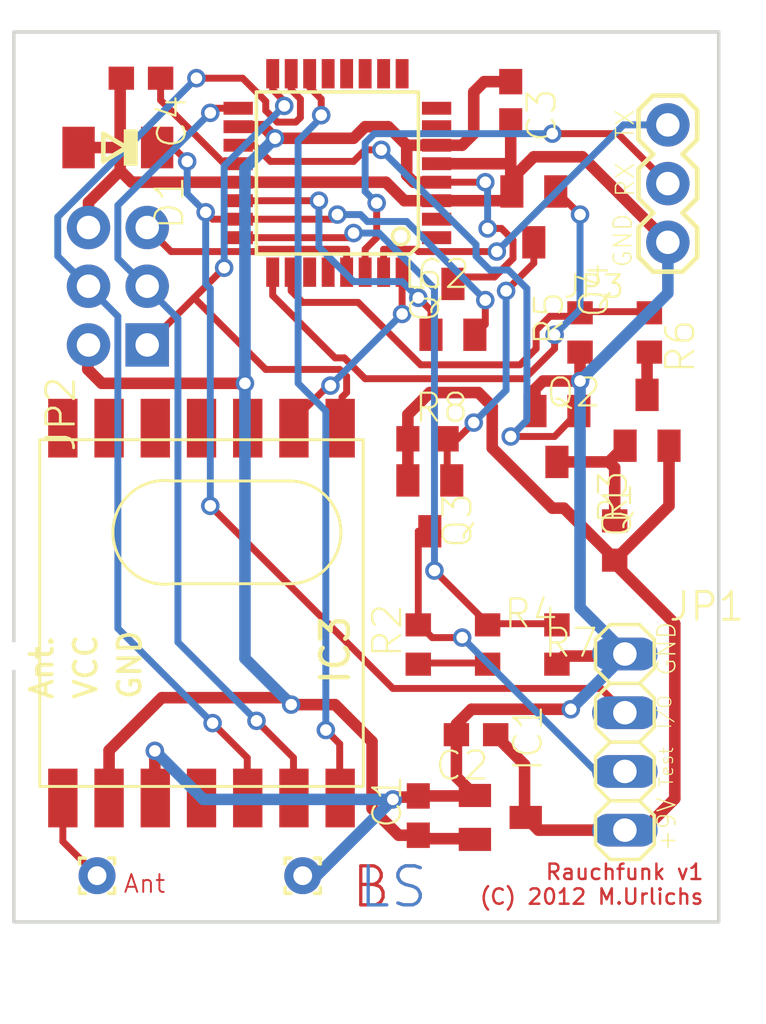
<source format=kicad_pcb>
(kicad_pcb (version 20171130) (host pcbnew "(5.0.1-dev-161-gb2b703363-dirty)+git1-1f19903-1")

  (general
    (thickness 1.6)
    (drawings 15)
    (tracks 370)
    (zones 0)
    (modules 32)
    (nets 37)
  )

  (page A4)
  (layers
    (0 Top signal)
    (31 Bottom signal)
    (32 B.Adhes user)
    (33 F.Adhes user)
    (34 B.Paste user)
    (35 F.Paste user)
    (36 B.SilkS user)
    (37 F.SilkS user)
    (38 B.Mask user)
    (39 F.Mask user)
    (40 Dwgs.User user)
    (41 Cmts.User user)
    (42 Eco1.User user)
    (43 Eco2.User user)
    (44 Edge.Cuts user)
    (45 Margin user)
    (46 B.CrtYd user)
    (47 F.CrtYd user)
    (48 B.Fab user)
    (49 F.Fab user)
  )

  (setup
    (last_trace_width 0.25)
    (trace_clearance 0.15)
    (zone_clearance 0.508)
    (zone_45_only no)
    (trace_min 0.2)
    (segment_width 0.2)
    (edge_width 0.15)
    (via_size 0.8)
    (via_drill 0.4)
    (via_min_size 0.4)
    (via_min_drill 0.3)
    (uvia_size 0.3)
    (uvia_drill 0.1)
    (uvias_allowed no)
    (uvia_min_size 0.2)
    (uvia_min_drill 0.1)
    (pcb_text_width 0.3)
    (pcb_text_size 1.5 1.5)
    (mod_edge_width 0.15)
    (mod_text_size 1 1)
    (mod_text_width 0.15)
    (pad_size 1.524 1.524)
    (pad_drill 0.762)
    (pad_to_mask_clearance 0.051)
    (solder_mask_min_width 0.25)
    (aux_axis_origin 0 0)
    (visible_elements FFFFFF7F)
    (pcbplotparams
      (layerselection 0x010fc_ffffffff)
      (usegerberextensions false)
      (usegerberattributes false)
      (usegerberadvancedattributes false)
      (creategerberjobfile false)
      (excludeedgelayer true)
      (linewidth 0.100000)
      (plotframeref false)
      (viasonmask false)
      (mode 1)
      (useauxorigin false)
      (hpglpennumber 1)
      (hpglpenspeed 20)
      (hpglpendiameter 15.000000)
      (psnegative false)
      (psa4output false)
      (plotreference true)
      (plotvalue true)
      (plotinvisibletext false)
      (padsonsilk false)
      (subtractmaskfromsilk false)
      (outputformat 1)
      (mirror false)
      (drillshape 1)
      (scaleselection 1)
      (outputdirectory ""))
  )

  (net 0 "")
  (net 1 GND)
  (net 2 /BATTERY)
  (net 3 /TEST)
  (net 4 /IO_IN)
  (net 5 +5V)
  (net 6 "Net-(IC2-Pad14)")
  (net 7 "Net-(IC2-Pad16)")
  (net 8 "Net-(IC2-Pad15)")
  (net 9 "Net-(IC2-Pad17)")
  (net 10 "Net-(IC2-Pad32)")
  (net 11 "Net-(IC3-PadFFS)")
  (net 12 "Net-(IC3-PadANT)")
  (net 13 "Net-(IC2-Pad31)")
  (net 14 "Net-(IC2-Pad30)")
  (net 15 "Net-(IC2-Pad29)")
  (net 16 "Net-(IC2-Pad28)")
  (net 17 "Net-(IC2-Pad27)")
  (net 18 /BAT_IN)
  (net 19 /TEST_OUT)
  (net 20 /TEST_IN)
  (net 21 /IO_OUT)
  (net 22 "Net-(C4-Pad1)")
  (net 23 /BAT_OUT)
  (net 24 "Net-(IC2-Pad13)")
  (net 25 "Net-(IC2-Pad12)")
  (net 26 "Net-(IC2-Pad11)")
  (net 27 "Net-(IC2-Pad10)")
  (net 28 "Net-(IC2-Pad9)")
  (net 29 "Net-(IC2-Pad8)")
  (net 30 "Net-(IC2-Pad7)")
  (net 31 "Net-(IC2-Pad2)")
  (net 32 "Net-(IC2-Pad1)")
  (net 33 "Net-(Q1-Pad3)")
  (net 34 "Net-(Q2-Pad3)")
  (net 35 "Net-(R2-Pad1)")
  (net 36 "Net-(Q3-Pad1)")

  (net_class Default "This is the default net class."
    (clearance 0.15)
    (trace_width 0.25)
    (via_dia 0.8)
    (via_drill 0.4)
    (uvia_dia 0.3)
    (uvia_drill 0.1)
    (add_net +5V)
    (add_net /BATTERY)
    (add_net /BAT_IN)
    (add_net /BAT_OUT)
    (add_net /IO_IN)
    (add_net /IO_OUT)
    (add_net /TEST)
    (add_net /TEST_IN)
    (add_net /TEST_OUT)
    (add_net GND)
    (add_net "Net-(C4-Pad1)")
    (add_net "Net-(IC2-Pad1)")
    (add_net "Net-(IC2-Pad10)")
    (add_net "Net-(IC2-Pad11)")
    (add_net "Net-(IC2-Pad12)")
    (add_net "Net-(IC2-Pad13)")
    (add_net "Net-(IC2-Pad14)")
    (add_net "Net-(IC2-Pad15)")
    (add_net "Net-(IC2-Pad16)")
    (add_net "Net-(IC2-Pad17)")
    (add_net "Net-(IC2-Pad2)")
    (add_net "Net-(IC2-Pad27)")
    (add_net "Net-(IC2-Pad28)")
    (add_net "Net-(IC2-Pad29)")
    (add_net "Net-(IC2-Pad30)")
    (add_net "Net-(IC2-Pad31)")
    (add_net "Net-(IC2-Pad32)")
    (add_net "Net-(IC2-Pad7)")
    (add_net "Net-(IC2-Pad8)")
    (add_net "Net-(IC2-Pad9)")
    (add_net "Net-(IC3-PadANT)")
    (add_net "Net-(IC3-PadFFS)")
    (add_net "Net-(Q1-Pad3)")
    (add_net "Net-(Q2-Pad3)")
    (add_net "Net-(Q3-Pad1)")
    (add_net "Net-(R2-Pad1)")
  )

  (module "" (layer Top) (tedit 0) (tstamp 0)
    (at 140.7511 121.7536)
    (fp_text reference @HOLE0 (at 0 0) (layer F.SilkS) hide
      (effects (font (size 1.27 1.27) (thickness 0.15)))
    )
    (fp_text value "" (at 0 0) (layer F.SilkS)
      (effects (font (size 1.27 1.27) (thickness 0.15)))
    )
    (pad "" np_thru_hole circle (at 0 0) (size 1.2 1.2) (drill 1.2) (layers *.Cu *.Mask))
  )

  (module "" (layer Top) (tedit 0) (tstamp 0)
    (at 155.7511 107.7536)
    (fp_text reference @HOLE1 (at 0 0) (layer F.SilkS) hide
      (effects (font (size 1.27 1.27) (thickness 0.15)))
    )
    (fp_text value "" (at 0 0) (layer F.SilkS)
      (effects (font (size 1.27 1.27) (thickness 0.15)))
    )
    (pad "" np_thru_hole circle (at 0 0) (size 1.2 1.2) (drill 1.2) (layers *.Cu *.Mask))
  )

  (module "" (layer Top) (tedit 0) (tstamp 0)
    (at 147.7511 98.7536)
    (fp_text reference @HOLE2 (at 0 0) (layer F.SilkS) hide
      (effects (font (size 1.27 1.27) (thickness 0.15)))
    )
    (fp_text value "" (at 0 0) (layer F.SilkS)
      (effects (font (size 1.27 1.27) (thickness 0.15)))
    )
    (pad "" np_thru_hole circle (at 0 0) (size 1.2 1.2) (drill 1.2) (layers *.Cu *.Mask))
  )

  (module "" (layer Top) (tedit 0) (tstamp 0)
    (at 133.2511 112.7536)
    (fp_text reference @HOLE3 (at 0 0) (layer F.SilkS) hide
      (effects (font (size 1.27 1.27) (thickness 0.15)))
    )
    (fp_text value "" (at 0 0) (layer F.SilkS)
      (effects (font (size 1.27 1.27) (thickness 0.15)))
    )
    (pad "" np_thru_hole circle (at 0 0) (size 1.2 1.2) (drill 1.2) (layers *.Cu *.Mask))
  )

  (module rauchmelder:1X04 (layer Top) (tedit 0) (tstamp 5BABDB01)
    (at 159.6911 116.4736 270)
    (descr "<b>PIN HEADER</b>")
    (path /1CB2EAAD9F3CE876)
    (fp_text reference JP1 (at -5.1562 -1.8288) (layer F.SilkS)
      (effects (font (size 1.2065 1.2065) (thickness 0.12065)) (justify left bottom))
    )
    (fp_text value RM (at -5.08 3.175 90) (layer F.Fab)
      (effects (font (size 1.2065 1.2065) (thickness 0.09652)) (justify right top))
    )
    (fp_poly (pts (xy 3.556 0.254) (xy 4.064 0.254) (xy 4.064 -0.254) (xy 3.556 -0.254)) (layer F.Fab) (width 0))
    (fp_poly (pts (xy -4.064 0.254) (xy -3.556 0.254) (xy -3.556 -0.254) (xy -4.064 -0.254)) (layer F.Fab) (width 0))
    (fp_poly (pts (xy -1.524 0.254) (xy -1.016 0.254) (xy -1.016 -0.254) (xy -1.524 -0.254)) (layer F.Fab) (width 0))
    (fp_poly (pts (xy 1.016 0.254) (xy 1.524 0.254) (xy 1.524 -0.254) (xy 1.016 -0.254)) (layer F.Fab) (width 0))
    (fp_line (start 4.445 1.27) (end 3.175 1.27) (layer F.SilkS) (width 0.1524))
    (fp_line (start 2.54 0.635) (end 3.175 1.27) (layer F.SilkS) (width 0.1524))
    (fp_line (start 3.175 -1.27) (end 2.54 -0.635) (layer F.SilkS) (width 0.1524))
    (fp_line (start 5.08 0.635) (end 4.445 1.27) (layer F.SilkS) (width 0.1524))
    (fp_line (start 5.08 -0.635) (end 5.08 0.635) (layer F.SilkS) (width 0.1524))
    (fp_line (start 4.445 -1.27) (end 5.08 -0.635) (layer F.SilkS) (width 0.1524))
    (fp_line (start 3.175 -1.27) (end 4.445 -1.27) (layer F.SilkS) (width 0.1524))
    (fp_line (start -3.175 1.27) (end -4.445 1.27) (layer F.SilkS) (width 0.1524))
    (fp_line (start -5.08 0.635) (end -4.445 1.27) (layer F.SilkS) (width 0.1524))
    (fp_line (start -4.445 -1.27) (end -5.08 -0.635) (layer F.SilkS) (width 0.1524))
    (fp_line (start -5.08 -0.635) (end -5.08 0.635) (layer F.SilkS) (width 0.1524))
    (fp_line (start -1.905 1.27) (end -2.54 0.635) (layer F.SilkS) (width 0.1524))
    (fp_line (start -0.635 1.27) (end -1.905 1.27) (layer F.SilkS) (width 0.1524))
    (fp_line (start 0 0.635) (end -0.635 1.27) (layer F.SilkS) (width 0.1524))
    (fp_line (start 0 -0.635) (end 0 0.635) (layer F.SilkS) (width 0.1524))
    (fp_line (start -0.635 -1.27) (end 0 -0.635) (layer F.SilkS) (width 0.1524))
    (fp_line (start -1.905 -1.27) (end -0.635 -1.27) (layer F.SilkS) (width 0.1524))
    (fp_line (start -2.54 -0.635) (end -1.905 -1.27) (layer F.SilkS) (width 0.1524))
    (fp_line (start -2.54 0.635) (end -3.175 1.27) (layer F.SilkS) (width 0.1524))
    (fp_line (start -2.54 -0.635) (end -2.54 0.635) (layer F.SilkS) (width 0.1524))
    (fp_line (start -3.175 -1.27) (end -2.54 -0.635) (layer F.SilkS) (width 0.1524))
    (fp_line (start -4.445 -1.27) (end -3.175 -1.27) (layer F.SilkS) (width 0.1524))
    (fp_line (start 0.635 1.27) (end 0 0.635) (layer F.SilkS) (width 0.1524))
    (fp_line (start 1.905 1.27) (end 0.635 1.27) (layer F.SilkS) (width 0.1524))
    (fp_line (start 2.54 0.635) (end 1.905 1.27) (layer F.SilkS) (width 0.1524))
    (fp_line (start 2.54 -0.635) (end 2.54 0.635) (layer F.SilkS) (width 0.1524))
    (fp_line (start 1.905 -1.27) (end 2.54 -0.635) (layer F.SilkS) (width 0.1524))
    (fp_line (start 0.635 -1.27) (end 1.905 -1.27) (layer F.SilkS) (width 0.1524))
    (fp_line (start 0 -0.635) (end 0.635 -1.27) (layer F.SilkS) (width 0.1524))
    (pad 4 thru_hole oval (at 3.81 0) (size 2.832 1.416) (drill 1.016) (layers *.Cu *.Mask)
      (net 2 /BATTERY) (solder_mask_margin 0.075))
    (pad 3 thru_hole oval (at 1.27 0) (size 2.832 1.416) (drill 1.016) (layers *.Cu *.Mask)
      (net 3 /TEST) (solder_mask_margin 0.075))
    (pad 2 thru_hole oval (at -1.27 0) (size 2.832 1.416) (drill 1.016) (layers *.Cu *.Mask)
      (net 4 /IO_IN) (solder_mask_margin 0.075))
    (pad 1 thru_hole oval (at -3.81 0) (size 2.832 1.416) (drill 1.016) (layers *.Cu *.Mask)
      (net 1 GND) (solder_mask_margin 0.075))
  )

  (module rauchmelder:SOT23 (layer Top) (tedit 0) (tstamp 5BABDB29)
    (at 154.3011 119.7336 270)
    (descr <b>SOT-23</b>)
    (path /7C8C299E06F92037)
    (fp_text reference IC1 (at -1.905 -1.905 90) (layer F.SilkS)
      (effects (font (size 1.2065 1.2065) (thickness 0.09652)) (justify left bottom))
    )
    (fp_text value MCP1703CB (at -1.905 3.175 90) (layer F.Fab)
      (effects (font (size 1.2065 1.2065) (thickness 0.09652)) (justify right top))
    )
    (fp_poly (pts (xy -1.1684 1.2954) (xy -0.7112 1.2954) (xy -0.7112 0.7112) (xy -1.1684 0.7112)) (layer F.Fab) (width 0))
    (fp_poly (pts (xy 0.7112 1.2954) (xy 1.1684 1.2954) (xy 1.1684 0.7112) (xy 0.7112 0.7112)) (layer F.Fab) (width 0))
    (fp_poly (pts (xy -0.2286 -0.7112) (xy 0.2286 -0.7112) (xy 0.2286 -1.2954) (xy -0.2286 -1.2954)) (layer F.Fab) (width 0))
    (fp_line (start -1.4224 -0.6604) (end 1.4224 -0.6604) (layer F.Fab) (width 0.1524))
    (fp_line (start -1.4224 0.6604) (end -1.4224 -0.6604) (layer F.Fab) (width 0.1524))
    (fp_line (start 1.4224 0.6604) (end -1.4224 0.6604) (layer F.Fab) (width 0.1524))
    (fp_line (start 1.4224 -0.6604) (end 1.4224 0.6604) (layer F.Fab) (width 0.1524))
    (pad 1 smd rect (at -0.95 1.1 270) (size 1 1.4) (layers Top F.Paste F.Mask)
      (net 1 GND) (solder_mask_margin 0.075))
    (pad 2 smd rect (at 0.95 1.1 270) (size 1 1.4) (layers Top F.Paste F.Mask)
      (net 5 +5V) (solder_mask_margin 0.075))
    (pad 3 smd rect (at 0 -1.1 270) (size 1 1.4) (layers Top F.Paste F.Mask)
      (net 2 /BATTERY) (solder_mask_margin 0.075))
  )

  (module rauchmelder:RFM12B (layer Top) (tedit 0) (tstamp 5BABDB36)
    (at 141.3711 110.8936 270)
    (descr "RFM12B radio module by HopeRF")
    (path /B33006915ED25CA7)
    (fp_text reference IC3 (at 0 -5.08 90) (layer F.SilkS)
      (effects (font (size 1.2065 1.2065) (thickness 0.19304)) (justify right top))
    )
    (fp_text value RFM12B (at -5.08 6.35 90) (layer F.Fab)
      (effects (font (size 1.2065 1.2065) (thickness 0.19304)) (justify right top))
    )
    (fp_line (start 7.5 -7) (end 7.5 7) (layer F.SilkS) (width 0.127))
    (fp_line (start -7.5 -7) (end -7.5 7) (layer F.SilkS) (width 0.127))
    (fp_poly (pts (xy -8.75 -5.5) (xy -6.75 -5.5) (xy -6.75 -6.5) (xy -8.75 -6.5)) (layer F.Fab) (width 0))
    (fp_poly (pts (xy -8.75 -3.5) (xy -6.75 -3.5) (xy -6.75 -4.5) (xy -8.75 -4.5)) (layer F.Fab) (width 0))
    (fp_poly (pts (xy -8.75 -1.5) (xy -6.75 -1.5) (xy -6.75 -2.5) (xy -8.75 -2.5)) (layer F.Fab) (width 0))
    (fp_poly (pts (xy -8.75 0.5) (xy -6.75 0.5) (xy -6.75 -0.5) (xy -8.75 -0.5)) (layer F.Fab) (width 0))
    (fp_poly (pts (xy -8.75 2.5) (xy -6.75 2.5) (xy -6.75 1.5) (xy -8.75 1.5)) (layer F.Fab) (width 0))
    (fp_poly (pts (xy -8.75 4.5) (xy -6.75 4.5) (xy -6.75 3.5) (xy -8.75 3.5)) (layer F.Fab) (width 0))
    (fp_poly (pts (xy -8.75 6.5) (xy -6.75 6.5) (xy -6.75 5.5) (xy -8.75 5.5)) (layer F.Fab) (width 0))
    (fp_poly (pts (xy 6.75 6.5) (xy 8.75 6.5) (xy 8.75 5.5) (xy 6.75 5.5)) (layer F.Fab) (width 0))
    (fp_poly (pts (xy 6.75 4.5) (xy 8.75 4.5) (xy 8.75 3.5) (xy 6.75 3.5)) (layer F.Fab) (width 0))
    (fp_poly (pts (xy 6.75 2.5) (xy 8.75 2.5) (xy 8.75 1.5) (xy 6.75 1.5)) (layer F.Fab) (width 0))
    (fp_poly (pts (xy 6.75 0.5) (xy 8.75 0.5) (xy 8.75 -0.5) (xy 6.75 -0.5)) (layer F.Fab) (width 0))
    (fp_poly (pts (xy 6.75 -1.5) (xy 8.75 -1.5) (xy 8.75 -2.5) (xy 6.75 -2.5)) (layer F.Fab) (width 0))
    (fp_poly (pts (xy 6.75 -3.5) (xy 8.75 -3.5) (xy 8.75 -4.5) (xy 6.75 -4.5)) (layer F.Fab) (width 0))
    (fp_poly (pts (xy 6.75 -5.5) (xy 8.75 -5.5) (xy 8.75 -6.5) (xy 6.75 -6.5)) (layer F.Fab) (width 0))
    (fp_text user GND (at 3.81 2.54 270) (layer F.SilkS)
      (effects (font (size 0.9652 0.9652) (thickness 0.16256)) (justify left bottom))
    )
    (fp_text user VCC (at 3.81 4.445 270) (layer F.SilkS)
      (effects (font (size 0.9652 0.9652) (thickness 0.16256)) (justify left bottom))
    )
    (fp_text user Ant. (at 3.81 6.35 270) (layer F.SilkS)
      (effects (font (size 0.9652 0.9652) (thickness 0.16256)) (justify left bottom))
    )
    (fp_poly (pts (xy -4.445 6.35) (xy 4.445 6.35) (xy 4.445 -6.35) (xy -4.445 -6.35)) (layer Dwgs.User) (width 0))
    (fp_line (start -1.27 -3.81) (end -1.27 1.27) (layer F.SilkS) (width 0.127))
    (fp_line (start -5.715 -3.81) (end -5.715 1.27) (layer F.SilkS) (width 0.127))
    (fp_arc (start -3.4925 1.5875) (end -1.27 1.27) (angle 196.260205) (layer F.SilkS) (width 0.127))
    (fp_arc (start -3.4925 -3.81) (end -5.715 -3.81) (angle 180) (layer F.SilkS) (width 0.127))
    (fp_line (start 7.5 -7) (end -7.5 -7) (layer F.SilkS) (width 0.127))
    (fp_line (start -7.5 7) (end 7.5 7) (layer F.SilkS) (width 0.127))
    (pad VDD smd rect (at 8 4 270) (size 2.54 1.27) (layers Top F.Paste F.Mask)
      (net 5 +5V) (solder_mask_margin 0.075))
    (pad SEL smd rect (at 8 -6 270) (size 2.54 1.27) (layers Top F.Paste F.Mask)
      (net 6 "Net-(IC2-Pad14)") (solder_mask_margin 0.075))
    (pad SDO smd rect (at -8 -6 270) (size 2.54 1.27) (layers Top F.Paste F.Mask)
      (net 7 "Net-(IC2-Pad16)") (solder_mask_margin 0.075))
    (pad SDI smd rect (at 8 -2 270) (size 2.54 1.27) (layers Top F.Paste F.Mask)
      (net 8 "Net-(IC2-Pad15)") (solder_mask_margin 0.075))
    (pad SCK smd rect (at 8 -4 270) (size 2.54 1.27) (layers Top F.Paste F.Mask)
      (net 9 "Net-(IC2-Pad17)") (solder_mask_margin 0.075))
    (pad P$16 smd rect (at 8 0 270) (size 2.54 1.27) (layers Top F.Paste F.Mask)
      (solder_mask_margin 0.075))
    (pad P$12 smd rect (at -8 6 270) (size 2.54 1.27) (layers Top F.Paste F.Mask)
      (solder_mask_margin 0.075))
    (pad P$10 smd rect (at -8 4 270) (size 2.54 1.27) (layers Top F.Paste F.Mask)
      (solder_mask_margin 0.075))
    (pad P$9 smd rect (at -8 2 270) (size 2.54 1.27) (layers Top F.Paste F.Mask)
      (solder_mask_margin 0.075))
    (pad P$8 smd rect (at -8 0 270) (size 2.54 1.27) (layers Top F.Paste F.Mask)
      (solder_mask_margin 0.075))
    (pad IRQ smd rect (at -8 -4 270) (size 2.54 1.27) (layers Top F.Paste F.Mask)
      (net 10 "Net-(IC2-Pad32)") (solder_mask_margin 0.075))
    (pad GND smd rect (at 8 2 270) (size 2.54 1.27) (layers Top F.Paste F.Mask)
      (net 1 GND) (solder_mask_margin 0.075))
    (pad FFS smd rect (at -8 -2 270) (size 2.54 1.27) (layers Top F.Paste F.Mask)
      (net 11 "Net-(IC3-PadFFS)") (solder_mask_margin 0.075))
    (pad ANT smd rect (at 8 6 270) (size 2.54 1.27) (layers Top F.Paste F.Mask)
      (net 12 "Net-(IC3-PadANT)") (solder_mask_margin 0.075))
  )

  (module rauchmelder:TQFP32-08 (layer Top) (tedit 0) (tstamp 5BABDB61)
    (at 147.2511 91.8536 180)
    (descr "<B>Thin Plasic Quad Flat Package</B> Grid 0.8 mm")
    (path /53D52AEB541775CA)
    (fp_text reference IC2 (at -2.7686 -5.08) (layer F.SilkS)
      (effects (font (size 1.2065 1.2065) (thickness 0.09652)) (justify left bottom))
    )
    (fp_text value MEGA8-MITQFP (at -3.0226 1.27) (layer F.Fab)
      (effects (font (size 1.2065 1.2065) (thickness 0.09652)) (justify right top))
    )
    (fp_poly (pts (xy -3.0286 -3.556) (xy -2.5714 -3.556) (xy -2.5714 -4.5466) (xy -3.0286 -4.5466)) (layer F.Fab) (width 0))
    (fp_poly (pts (xy -2.2286 -3.556) (xy -1.7714 -3.556) (xy -1.7714 -4.5466) (xy -2.2286 -4.5466)) (layer F.Fab) (width 0))
    (fp_poly (pts (xy -1.4286 -3.556) (xy -0.9714 -3.556) (xy -0.9714 -4.5466) (xy -1.4286 -4.5466)) (layer F.Fab) (width 0))
    (fp_poly (pts (xy -0.6286 -3.556) (xy -0.1714 -3.556) (xy -0.1714 -4.5466) (xy -0.6286 -4.5466)) (layer F.Fab) (width 0))
    (fp_poly (pts (xy 0.1714 -3.556) (xy 0.6286 -3.556) (xy 0.6286 -4.5466) (xy 0.1714 -4.5466)) (layer F.Fab) (width 0))
    (fp_poly (pts (xy 0.9714 -3.556) (xy 1.4286 -3.556) (xy 1.4286 -4.5466) (xy 0.9714 -4.5466)) (layer F.Fab) (width 0))
    (fp_poly (pts (xy 1.7714 -3.556) (xy 2.2286 -3.556) (xy 2.2286 -4.5466) (xy 1.7714 -4.5466)) (layer F.Fab) (width 0))
    (fp_poly (pts (xy 2.5714 -3.556) (xy 3.0286 -3.556) (xy 3.0286 -4.5466) (xy 2.5714 -4.5466)) (layer F.Fab) (width 0))
    (fp_poly (pts (xy 3.556 -2.5714) (xy 4.5466 -2.5714) (xy 4.5466 -3.0286) (xy 3.556 -3.0286)) (layer F.Fab) (width 0))
    (fp_poly (pts (xy 3.556 -1.7714) (xy 4.5466 -1.7714) (xy 4.5466 -2.2286) (xy 3.556 -2.2286)) (layer F.Fab) (width 0))
    (fp_poly (pts (xy 3.556 -0.9714) (xy 4.5466 -0.9714) (xy 4.5466 -1.4286) (xy 3.556 -1.4286)) (layer F.Fab) (width 0))
    (fp_poly (pts (xy 3.556 -0.1714) (xy 4.5466 -0.1714) (xy 4.5466 -0.6286) (xy 3.556 -0.6286)) (layer F.Fab) (width 0))
    (fp_poly (pts (xy 3.556 0.6286) (xy 4.5466 0.6286) (xy 4.5466 0.1714) (xy 3.556 0.1714)) (layer F.Fab) (width 0))
    (fp_poly (pts (xy 3.556 1.4286) (xy 4.5466 1.4286) (xy 4.5466 0.9714) (xy 3.556 0.9714)) (layer F.Fab) (width 0))
    (fp_poly (pts (xy 3.556 2.2286) (xy 4.5466 2.2286) (xy 4.5466 1.7714) (xy 3.556 1.7714)) (layer F.Fab) (width 0))
    (fp_poly (pts (xy 3.556 3.0286) (xy 4.5466 3.0286) (xy 4.5466 2.5714) (xy 3.556 2.5714)) (layer F.Fab) (width 0))
    (fp_poly (pts (xy 2.5714 4.5466) (xy 3.0286 4.5466) (xy 3.0286 3.556) (xy 2.5714 3.556)) (layer F.Fab) (width 0))
    (fp_poly (pts (xy 1.7714 4.5466) (xy 2.2286 4.5466) (xy 2.2286 3.556) (xy 1.7714 3.556)) (layer F.Fab) (width 0))
    (fp_poly (pts (xy 0.9714 4.5466) (xy 1.4286 4.5466) (xy 1.4286 3.556) (xy 0.9714 3.556)) (layer F.Fab) (width 0))
    (fp_poly (pts (xy 0.1714 4.5466) (xy 0.6286 4.5466) (xy 0.6286 3.556) (xy 0.1714 3.556)) (layer F.Fab) (width 0))
    (fp_poly (pts (xy -0.6286 4.5466) (xy -0.1714 4.5466) (xy -0.1714 3.556) (xy -0.6286 3.556)) (layer F.Fab) (width 0))
    (fp_poly (pts (xy -1.4286 4.5466) (xy -0.9714 4.5466) (xy -0.9714 3.556) (xy -1.4286 3.556)) (layer F.Fab) (width 0))
    (fp_poly (pts (xy -2.2286 4.5466) (xy -1.7714 4.5466) (xy -1.7714 3.556) (xy -2.2286 3.556)) (layer F.Fab) (width 0))
    (fp_poly (pts (xy -3.0286 4.5466) (xy -2.5714 4.5466) (xy -2.5714 3.556) (xy -3.0286 3.556)) (layer F.Fab) (width 0))
    (fp_poly (pts (xy -4.5466 3.0286) (xy -3.556 3.0286) (xy -3.556 2.5714) (xy -4.5466 2.5714)) (layer F.Fab) (width 0))
    (fp_poly (pts (xy -4.5466 2.2286) (xy -3.556 2.2286) (xy -3.556 1.7714) (xy -4.5466 1.7714)) (layer F.Fab) (width 0))
    (fp_poly (pts (xy -4.5466 1.4286) (xy -3.556 1.4286) (xy -3.556 0.9714) (xy -4.5466 0.9714)) (layer F.Fab) (width 0))
    (fp_poly (pts (xy -4.5466 0.6286) (xy -3.556 0.6286) (xy -3.556 0.1714) (xy -4.5466 0.1714)) (layer F.Fab) (width 0))
    (fp_poly (pts (xy -4.5466 -0.1714) (xy -3.556 -0.1714) (xy -3.556 -0.6286) (xy -4.5466 -0.6286)) (layer F.Fab) (width 0))
    (fp_poly (pts (xy -4.5466 -0.9714) (xy -3.556 -0.9714) (xy -3.556 -1.4286) (xy -4.5466 -1.4286)) (layer F.Fab) (width 0))
    (fp_poly (pts (xy -4.5466 -1.7714) (xy -3.556 -1.7714) (xy -3.556 -2.2286) (xy -4.5466 -2.2286)) (layer F.Fab) (width 0))
    (fp_poly (pts (xy -4.5466 -2.5714) (xy -3.556 -2.5714) (xy -3.556 -3.0286) (xy -4.5466 -3.0286)) (layer F.Fab) (width 0))
    (fp_circle (center -2.7432 -2.7432) (end -2.384 -2.7432) (layer F.SilkS) (width 0.1524))
    (fp_line (start -3.15 -3.505) (end -3.505 -3.15) (layer F.SilkS) (width 0.1524))
    (fp_line (start -3.15 -3.505) (end 3.505 -3.505) (layer F.SilkS) (width 0.1524))
    (fp_line (start -3.505 3.505) (end -3.505 -3.15) (layer F.SilkS) (width 0.1524))
    (fp_line (start 3.505 3.505) (end -3.505 3.505) (layer F.SilkS) (width 0.1524))
    (fp_line (start 3.505 -3.505) (end 3.505 3.505) (layer F.SilkS) (width 0.1524))
    (pad 32 smd rect (at -2.8 -4.2926 180) (size 0.5588 1.27) (layers Top F.Paste F.Mask)
      (net 10 "Net-(IC2-Pad32)") (solder_mask_margin 0.075))
    (pad 31 smd rect (at -2 -4.2926 180) (size 0.5588 1.27) (layers Top F.Paste F.Mask)
      (net 13 "Net-(IC2-Pad31)") (solder_mask_margin 0.075))
    (pad 30 smd rect (at -1.2 -4.2926 180) (size 0.5588 1.27) (layers Top F.Paste F.Mask)
      (net 14 "Net-(IC2-Pad30)") (solder_mask_margin 0.075))
    (pad 29 smd rect (at -0.4 -4.2926 180) (size 0.5588 1.27) (layers Top F.Paste F.Mask)
      (net 15 "Net-(IC2-Pad29)") (solder_mask_margin 0.075))
    (pad 28 smd rect (at 0.4 -4.2926 180) (size 0.5588 1.27) (layers Top F.Paste F.Mask)
      (net 16 "Net-(IC2-Pad28)") (solder_mask_margin 0.075))
    (pad 27 smd rect (at 1.2 -4.2926 180) (size 0.5588 1.27) (layers Top F.Paste F.Mask)
      (net 17 "Net-(IC2-Pad27)") (solder_mask_margin 0.075))
    (pad 26 smd rect (at 2 -4.2926 180) (size 0.5588 1.27) (layers Top F.Paste F.Mask)
      (net 18 /BAT_IN) (solder_mask_margin 0.075))
    (pad 25 smd rect (at 2.8 -4.2926 180) (size 0.5588 1.27) (layers Top F.Paste F.Mask)
      (net 19 /TEST_OUT) (solder_mask_margin 0.075))
    (pad 24 smd rect (at 4.2926 -2.8 180) (size 1.27 0.5588) (layers Top F.Paste F.Mask)
      (net 20 /TEST_IN) (solder_mask_margin 0.075))
    (pad 23 smd rect (at 4.2926 -2 180) (size 1.27 0.5588) (layers Top F.Paste F.Mask)
      (net 4 /IO_IN) (solder_mask_margin 0.075))
    (pad 22 smd rect (at 4.2926 -1.2 180) (size 1.27 0.5588) (layers Top F.Paste F.Mask)
      (net 21 /IO_OUT) (solder_mask_margin 0.075))
    (pad 21 smd rect (at 4.2926 -0.4 180) (size 1.27 0.5588) (layers Top F.Paste F.Mask)
      (net 1 GND) (solder_mask_margin 0.075))
    (pad 20 smd rect (at 4.2926 0.4 180) (size 1.27 0.5588) (layers Top F.Paste F.Mask)
      (net 22 "Net-(C4-Pad1)") (solder_mask_margin 0.075))
    (pad 19 smd rect (at 4.2926 1.2 180) (size 1.27 0.5588) (layers Top F.Paste F.Mask)
      (net 23 /BAT_OUT) (solder_mask_margin 0.075))
    (pad 18 smd rect (at 4.2926 2 180) (size 1.27 0.5588) (layers Top F.Paste F.Mask)
      (net 5 +5V) (solder_mask_margin 0.075))
    (pad 17 smd rect (at 4.2926 2.8 180) (size 1.27 0.5588) (layers Top F.Paste F.Mask)
      (net 9 "Net-(IC2-Pad17)") (solder_mask_margin 0.075))
    (pad 16 smd rect (at 2.8 4.2926 180) (size 0.5588 1.27) (layers Top F.Paste F.Mask)
      (net 7 "Net-(IC2-Pad16)") (solder_mask_margin 0.075))
    (pad 15 smd rect (at 2 4.2926 180) (size 0.5588 1.27) (layers Top F.Paste F.Mask)
      (net 8 "Net-(IC2-Pad15)") (solder_mask_margin 0.075))
    (pad 14 smd rect (at 1.2 4.2926 180) (size 0.5588 1.27) (layers Top F.Paste F.Mask)
      (net 6 "Net-(IC2-Pad14)") (solder_mask_margin 0.075))
    (pad 13 smd rect (at 0.4 4.2926 180) (size 0.5588 1.27) (layers Top F.Paste F.Mask)
      (net 24 "Net-(IC2-Pad13)") (solder_mask_margin 0.075))
    (pad 12 smd rect (at -0.4 4.2926 180) (size 0.5588 1.27) (layers Top F.Paste F.Mask)
      (net 25 "Net-(IC2-Pad12)") (solder_mask_margin 0.075))
    (pad 11 smd rect (at -1.2 4.2926 180) (size 0.5588 1.27) (layers Top F.Paste F.Mask)
      (net 26 "Net-(IC2-Pad11)") (solder_mask_margin 0.075))
    (pad 10 smd rect (at -2 4.2926 180) (size 0.5588 1.27) (layers Top F.Paste F.Mask)
      (net 27 "Net-(IC2-Pad10)") (solder_mask_margin 0.075))
    (pad 9 smd rect (at -2.8 4.2926 180) (size 0.5588 1.27) (layers Top F.Paste F.Mask)
      (net 28 "Net-(IC2-Pad9)") (solder_mask_margin 0.075))
    (pad 8 smd rect (at -4.2926 2.8 180) (size 1.27 0.5588) (layers Top F.Paste F.Mask)
      (net 29 "Net-(IC2-Pad8)") (solder_mask_margin 0.075))
    (pad 7 smd rect (at -4.2926 2 180) (size 1.27 0.5588) (layers Top F.Paste F.Mask)
      (net 30 "Net-(IC2-Pad7)") (solder_mask_margin 0.075))
    (pad 6 smd rect (at -4.2926 1.2 180) (size 1.27 0.5588) (layers Top F.Paste F.Mask)
      (net 5 +5V) (solder_mask_margin 0.075))
    (pad 5 smd rect (at -4.2926 0.4 180) (size 1.27 0.5588) (layers Top F.Paste F.Mask)
      (net 1 GND) (solder_mask_margin 0.075))
    (pad 4 smd rect (at -4.2926 -0.4 180) (size 1.27 0.5588) (layers Top F.Paste F.Mask)
      (net 5 +5V) (solder_mask_margin 0.075))
    (pad 3 smd rect (at -4.2926 -1.2 180) (size 1.27 0.5588) (layers Top F.Paste F.Mask)
      (net 1 GND) (solder_mask_margin 0.075))
    (pad 2 smd rect (at -4.2926 -2 180) (size 1.27 0.5588) (layers Top F.Paste F.Mask)
      (net 31 "Net-(IC2-Pad2)") (solder_mask_margin 0.075))
    (pad 1 smd rect (at -4.2926 -2.8 180) (size 1.27 0.5588) (layers Top F.Paste F.Mask)
      (net 32 "Net-(IC2-Pad1)") (solder_mask_margin 0.075))
  )

  (module rauchmelder:2X3-NS (layer Top) (tedit 0) (tstamp 5BABDBAA)
    (at 137.7511 96.7536 90)
    (path /4804D7FCFA93C76E)
    (fp_text reference JP2 (at -3.81 -3.175 90) (layer F.SilkS)
      (effects (font (size 1.2065 1.2065) (thickness 0.12065)) (justify right top))
    )
    (fp_text value AVR_SPI_PRG_6NS (at -3.81 4.445 90) (layer F.Fab)
      (effects (font (size 1.2065 1.2065) (thickness 0.09652)) (justify left bottom))
    )
    (fp_poly (pts (xy 2.286 1.524) (xy 2.794 1.524) (xy 2.794 1.016) (xy 2.286 1.016)) (layer F.Fab) (width 0))
    (fp_poly (pts (xy 2.286 -1.016) (xy 2.794 -1.016) (xy 2.794 -1.524) (xy 2.286 -1.524)) (layer F.Fab) (width 0))
    (fp_poly (pts (xy -0.254 1.524) (xy 0.254 1.524) (xy 0.254 1.016) (xy -0.254 1.016)) (layer F.Fab) (width 0))
    (fp_poly (pts (xy -0.254 -1.016) (xy 0.254 -1.016) (xy 0.254 -1.524) (xy -0.254 -1.524)) (layer F.Fab) (width 0))
    (fp_poly (pts (xy -2.794 -1.016) (xy -2.286 -1.016) (xy -2.286 -1.524) (xy -2.794 -1.524)) (layer F.Fab) (width 0))
    (fp_poly (pts (xy -2.794 1.524) (xy -2.286 1.524) (xy -2.286 1.016) (xy -2.794 1.016)) (layer F.Fab) (width 0))
    (fp_line (start -1.905 2.875) (end -3.175 2.875) (layer F.Fab) (width 0.2032))
    (fp_line (start -3.175 2.54) (end -1.905 2.54) (layer F.Fab) (width 0.2032))
    (fp_line (start -0.635 2.54) (end 0.635 2.54) (layer F.Fab) (width 0.2032))
    (fp_line (start 1.905 2.54) (end 3.175 2.54) (layer F.Fab) (width 0.2032))
    (fp_line (start 3.81 -1.905) (end 3.81 1.905) (layer F.Fab) (width 0.2032))
    (fp_line (start 1.27 -1.905) (end 1.27 1.905) (layer F.Fab) (width 0.2032))
    (fp_line (start -1.27 -1.905) (end -1.27 1.905) (layer F.Fab) (width 0.2032))
    (fp_line (start 3.175 -2.54) (end 3.81 -1.905) (layer F.Fab) (width 0.2032))
    (fp_line (start 1.905 -2.54) (end 3.175 -2.54) (layer F.Fab) (width 0.2032))
    (fp_line (start 1.27 -1.905) (end 1.905 -2.54) (layer F.Fab) (width 0.2032))
    (fp_line (start 0.635 -2.54) (end 1.27 -1.905) (layer F.Fab) (width 0.2032))
    (fp_line (start -0.635 -2.54) (end 0.635 -2.54) (layer F.Fab) (width 0.2032))
    (fp_line (start -1.27 -1.905) (end -0.635 -2.54) (layer F.Fab) (width 0.2032))
    (fp_line (start -1.905 -2.54) (end -1.27 -1.905) (layer F.Fab) (width 0.2032))
    (fp_line (start -3.175 -2.54) (end -1.905 -2.54) (layer F.Fab) (width 0.2032))
    (fp_line (start -3.81 -1.905) (end -3.175 -2.54) (layer F.Fab) (width 0.2032))
    (fp_line (start -3.81 1.905) (end -3.81 -1.905) (layer F.Fab) (width 0.2032))
    (fp_line (start 3.175 2.54) (end 3.81 1.905) (layer F.Fab) (width 0.2032))
    (fp_line (start 1.27 1.905) (end 1.905 2.54) (layer F.Fab) (width 0.2032))
    (fp_line (start 0.635 2.54) (end 1.27 1.905) (layer F.Fab) (width 0.2032))
    (fp_line (start -1.27 1.905) (end -0.635 2.54) (layer F.Fab) (width 0.2032))
    (fp_line (start -1.905 2.54) (end -1.27 1.905) (layer F.Fab) (width 0.2032))
    (fp_line (start -3.81 1.905) (end -3.175 2.54) (layer F.Fab) (width 0.2032))
    (pad 6 thru_hole circle (at 2.54 -1.27 90) (size 1.8796 1.8796) (drill 1.016) (layers *.Cu *.Mask)
      (net 1 GND) (solder_mask_margin 0.075))
    (pad 5 thru_hole circle (at 2.54 1.27 90) (size 1.8796 1.8796) (drill 1.016) (layers *.Cu *.Mask)
      (net 15 "Net-(IC2-Pad29)") (solder_mask_margin 0.075))
    (pad 4 thru_hole circle (at 0 -1.27 90) (size 1.8796 1.8796) (drill 1.016) (layers *.Cu *.Mask)
      (net 8 "Net-(IC2-Pad15)") (solder_mask_margin 0.075))
    (pad 3 thru_hole circle (at 0 1.27 90) (size 1.8796 1.8796) (drill 1.016) (layers *.Cu *.Mask)
      (net 9 "Net-(IC2-Pad17)") (solder_mask_margin 0.075))
    (pad 2 thru_hole circle (at -2.54 -1.27 90) (size 1.8796 1.8796) (drill 1.016) (layers *.Cu *.Mask)
      (net 5 +5V) (solder_mask_margin 0.075))
    (pad 1 thru_hole rect (at -2.54 1.27 90) (size 1.8796 1.8796) (drill 1.016) (layers *.Cu *.Mask)
      (net 7 "Net-(IC2-Pad16)") (solder_mask_margin 0.075))
  )

  (module rauchmelder:SOT23 (layer Top) (tedit 0) (tstamp 5BABDBD0)
    (at 156.7511 103.2536 180)
    (descr <b>SOT-23</b>)
    (path /4FCDC6127A211019)
    (fp_text reference Q1 (at -1.905 -1.905 90) (layer F.SilkS)
      (effects (font (size 1.2065 1.2065) (thickness 0.09652)) (justify right top))
    )
    (fp_text value 2N7002_SMD (at -1.905 3.175) (layer F.Fab)
      (effects (font (size 1.2065 1.2065) (thickness 0.09652)) (justify right top))
    )
    (fp_poly (pts (xy -1.1684 1.2954) (xy -0.7112 1.2954) (xy -0.7112 0.7112) (xy -1.1684 0.7112)) (layer F.Fab) (width 0))
    (fp_poly (pts (xy 0.7112 1.2954) (xy 1.1684 1.2954) (xy 1.1684 0.7112) (xy 0.7112 0.7112)) (layer F.Fab) (width 0))
    (fp_poly (pts (xy -0.2286 -0.7112) (xy 0.2286 -0.7112) (xy 0.2286 -1.2954) (xy -0.2286 -1.2954)) (layer F.Fab) (width 0))
    (fp_line (start -1.4224 -0.6604) (end 1.4224 -0.6604) (layer F.Fab) (width 0.1524))
    (fp_line (start -1.4224 0.6604) (end -1.4224 -0.6604) (layer F.Fab) (width 0.1524))
    (fp_line (start 1.4224 0.6604) (end -1.4224 0.6604) (layer F.Fab) (width 0.1524))
    (fp_line (start 1.4224 -0.6604) (end 1.4224 0.6604) (layer F.Fab) (width 0.1524))
    (pad 1 smd rect (at -0.95 1.1 180) (size 1 1.4) (layers Top F.Paste F.Mask)
      (net 23 /BAT_OUT) (solder_mask_margin 0.075))
    (pad 2 smd rect (at 0.95 1.1 180) (size 1 1.4) (layers Top F.Paste F.Mask)
      (net 1 GND) (solder_mask_margin 0.075))
    (pad 3 smd rect (at 0 -1.1 180) (size 1 1.4) (layers Top F.Paste F.Mask)
      (net 33 "Net-(Q1-Pad3)") (solder_mask_margin 0.075))
  )

  (module rauchmelder:R0603 (layer Top) (tedit 0) (tstamp 5BABDBDD)
    (at 159.2511 107.7536 270)
    (descr <b>RESISTOR</b>)
    (path /F2089EB9B3EC19A1)
    (fp_text reference R3 (at -0.635 -0.635 90) (layer F.SilkS)
      (effects (font (size 1.2065 1.2065) (thickness 0.09652)) (justify left bottom))
    )
    (fp_text value 100k (at -0.635 1.905 90) (layer F.Fab)
      (effects (font (size 1.2065 1.2065) (thickness 0.09652)) (justify right top))
    )
    (fp_poly (pts (xy -0.1999 0.4001) (xy 0.1999 0.4001) (xy 0.1999 -0.4001) (xy -0.1999 -0.4001)) (layer F.Adhes) (width 0))
    (fp_poly (pts (xy -0.8382 0.4318) (xy -0.4318 0.4318) (xy -0.4318 -0.4318) (xy -0.8382 -0.4318)) (layer F.Fab) (width 0))
    (fp_poly (pts (xy 0.4318 0.4318) (xy 0.8382 0.4318) (xy 0.8382 -0.4318) (xy 0.4318 -0.4318)) (layer F.Fab) (width 0))
    (fp_line (start -1.473 0.983) (end -1.473 -0.983) (layer Dwgs.User) (width 0.0508))
    (fp_line (start 1.473 0.983) (end -1.473 0.983) (layer Dwgs.User) (width 0.0508))
    (fp_line (start 1.473 -0.983) (end 1.473 0.983) (layer Dwgs.User) (width 0.0508))
    (fp_line (start -1.473 -0.983) (end 1.473 -0.983) (layer Dwgs.User) (width 0.0508))
    (fp_line (start 0.432 -0.356) (end -0.432 -0.356) (layer F.Fab) (width 0.1524))
    (fp_line (start -0.432 0.356) (end 0.432 0.356) (layer F.Fab) (width 0.1524))
    (pad 2 smd rect (at 0.85 0 270) (size 1 1.1) (layers Top F.Paste F.Mask)
      (net 2 /BATTERY) (solder_mask_margin 0.075))
    (pad 1 smd rect (at -0.85 0 270) (size 1 1.1) (layers Top F.Paste F.Mask)
      (net 33 "Net-(Q1-Pad3)") (solder_mask_margin 0.075))
  )

  (module rauchmelder:R0603 (layer Top) (tedit 0) (tstamp 5BABDBEB)
    (at 157.7511 98.7536 90)
    (descr <b>RESISTOR</b>)
    (path /9B07BBDA0764E48A)
    (fp_text reference R5 (at -0.635 -0.635 90) (layer F.SilkS)
      (effects (font (size 1.2065 1.2065) (thickness 0.09652)) (justify left bottom))
    )
    (fp_text value 10k (at -0.635 1.905 90) (layer F.Fab)
      (effects (font (size 1.2065 1.2065) (thickness 0.09652)) (justify left bottom))
    )
    (fp_poly (pts (xy -0.1999 0.4001) (xy 0.1999 0.4001) (xy 0.1999 -0.4001) (xy -0.1999 -0.4001)) (layer F.Adhes) (width 0))
    (fp_poly (pts (xy -0.8382 0.4318) (xy -0.4318 0.4318) (xy -0.4318 -0.4318) (xy -0.8382 -0.4318)) (layer F.Fab) (width 0))
    (fp_poly (pts (xy 0.4318 0.4318) (xy 0.8382 0.4318) (xy 0.8382 -0.4318) (xy 0.4318 -0.4318)) (layer F.Fab) (width 0))
    (fp_line (start -1.473 0.983) (end -1.473 -0.983) (layer Dwgs.User) (width 0.0508))
    (fp_line (start 1.473 0.983) (end -1.473 0.983) (layer Dwgs.User) (width 0.0508))
    (fp_line (start 1.473 -0.983) (end 1.473 0.983) (layer Dwgs.User) (width 0.0508))
    (fp_line (start -1.473 -0.983) (end 1.473 -0.983) (layer Dwgs.User) (width 0.0508))
    (fp_line (start 0.432 -0.356) (end -0.432 -0.356) (layer F.Fab) (width 0.1524))
    (fp_line (start -0.432 0.356) (end 0.432 0.356) (layer F.Fab) (width 0.1524))
    (pad 2 smd rect (at 0.85 0 90) (size 1 1.1) (layers Top F.Paste F.Mask)
      (net 18 /BAT_IN) (solder_mask_margin 0.075))
    (pad 1 smd rect (at -0.85 0 90) (size 1 1.1) (layers Top F.Paste F.Mask)
      (net 1 GND) (solder_mask_margin 0.075))
  )

  (module rauchmelder:R0603 (layer Top) (tedit 0) (tstamp 5BABDBF9)
    (at 160.7511 98.7536 270)
    (descr <b>RESISTOR</b>)
    (path /95E570DC0309F1BD)
    (fp_text reference R6 (at -0.635 -0.635 90) (layer F.SilkS)
      (effects (font (size 1.2065 1.2065) (thickness 0.09652)) (justify right top))
    )
    (fp_text value 100k (at -0.635 1.905 90) (layer F.Fab)
      (effects (font (size 1.2065 1.2065) (thickness 0.09652)) (justify right top))
    )
    (fp_poly (pts (xy -0.1999 0.4001) (xy 0.1999 0.4001) (xy 0.1999 -0.4001) (xy -0.1999 -0.4001)) (layer F.Adhes) (width 0))
    (fp_poly (pts (xy -0.8382 0.4318) (xy -0.4318 0.4318) (xy -0.4318 -0.4318) (xy -0.8382 -0.4318)) (layer F.Fab) (width 0))
    (fp_poly (pts (xy 0.4318 0.4318) (xy 0.8382 0.4318) (xy 0.8382 -0.4318) (xy 0.4318 -0.4318)) (layer F.Fab) (width 0))
    (fp_line (start -1.473 0.983) (end -1.473 -0.983) (layer Dwgs.User) (width 0.0508))
    (fp_line (start 1.473 0.983) (end -1.473 0.983) (layer Dwgs.User) (width 0.0508))
    (fp_line (start 1.473 -0.983) (end 1.473 0.983) (layer Dwgs.User) (width 0.0508))
    (fp_line (start -1.473 -0.983) (end 1.473 -0.983) (layer Dwgs.User) (width 0.0508))
    (fp_line (start 0.432 -0.356) (end -0.432 -0.356) (layer F.Fab) (width 0.1524))
    (fp_line (start -0.432 0.356) (end 0.432 0.356) (layer F.Fab) (width 0.1524))
    (pad 2 smd rect (at 0.85 0 270) (size 1 1.1) (layers Top F.Paste F.Mask)
      (net 34 "Net-(Q2-Pad3)") (solder_mask_margin 0.075))
    (pad 1 smd rect (at -0.85 0 270) (size 1 1.1) (layers Top F.Paste F.Mask)
      (net 18 /BAT_IN) (solder_mask_margin 0.075))
  )

  (module rauchmelder:SOT23 (layer Top) (tedit 0) (tstamp 5BABDC07)
    (at 160.6511 102.5536)
    (descr <b>SOT-23</b>)
    (path /2C692F70DA191B3C)
    (fp_text reference Q2 (at -1.905 -1.905) (layer F.SilkS)
      (effects (font (size 1.2065 1.2065) (thickness 0.09652)) (justify right top))
    )
    (fp_text value NX3008 (at -1.905 3.175) (layer F.Fab)
      (effects (font (size 1.2065 1.2065) (thickness 0.09652)) (justify left bottom))
    )
    (fp_poly (pts (xy -1.1684 1.2954) (xy -0.7112 1.2954) (xy -0.7112 0.7112) (xy -1.1684 0.7112)) (layer F.Fab) (width 0))
    (fp_poly (pts (xy 0.7112 1.2954) (xy 1.1684 1.2954) (xy 1.1684 0.7112) (xy 0.7112 0.7112)) (layer F.Fab) (width 0))
    (fp_poly (pts (xy -0.2286 -0.7112) (xy 0.2286 -0.7112) (xy 0.2286 -1.2954) (xy -0.2286 -1.2954)) (layer F.Fab) (width 0))
    (fp_line (start -1.4224 -0.6604) (end 1.4224 -0.6604) (layer F.Fab) (width 0.1524))
    (fp_line (start -1.4224 0.6604) (end -1.4224 -0.6604) (layer F.Fab) (width 0.1524))
    (fp_line (start 1.4224 0.6604) (end -1.4224 0.6604) (layer F.Fab) (width 0.1524))
    (fp_line (start 1.4224 -0.6604) (end 1.4224 0.6604) (layer F.Fab) (width 0.1524))
    (pad 1 smd rect (at -0.95 1.1) (size 1 1.4) (layers Top F.Paste F.Mask)
      (net 33 "Net-(Q1-Pad3)") (solder_mask_margin 0.075))
    (pad 2 smd rect (at 0.95 1.1) (size 1 1.4) (layers Top F.Paste F.Mask)
      (net 2 /BATTERY) (solder_mask_margin 0.075))
    (pad 3 smd rect (at 0 -1.1) (size 1 1.4) (layers Top F.Paste F.Mask)
      (net 34 "Net-(Q2-Pad3)") (solder_mask_margin 0.075))
  )

  (module rauchmelder:C0603 (layer Top) (tedit 0) (tstamp 5BABDC14)
    (at 154.7511 88.7536 270)
    (descr <b>CAPACITOR</b>)
    (path /C6DC1DB80AE61553)
    (fp_text reference C3 (at -0.635 -0.635 90) (layer F.SilkS)
      (effects (font (size 1.2065 1.2065) (thickness 0.09652)) (justify right top))
    )
    (fp_text value 100n (at -0.635 1.905 270) (layer F.Fab) hide
      (effects (font (size 1.2065 1.2065) (thickness 0.1016)) (justify right top))
    )
    (fp_poly (pts (xy -0.1999 0.3) (xy 0.1999 0.3) (xy 0.1999 -0.3) (xy -0.1999 -0.3)) (layer F.Adhes) (width 0))
    (fp_poly (pts (xy 0.3302 0.4699) (xy 0.8303 0.4699) (xy 0.8303 -0.4801) (xy 0.3302 -0.4801)) (layer F.Fab) (width 0))
    (fp_poly (pts (xy -0.8382 0.4699) (xy -0.3381 0.4699) (xy -0.3381 -0.4801) (xy -0.8382 -0.4801)) (layer F.Fab) (width 0))
    (fp_line (start -0.356 0.419) (end 0.356 0.419) (layer F.Fab) (width 0.1016))
    (fp_line (start -0.356 -0.432) (end 0.356 -0.432) (layer F.Fab) (width 0.1016))
    (fp_line (start -1.473 0.983) (end -1.473 -0.983) (layer Dwgs.User) (width 0.0508))
    (fp_line (start 1.473 0.983) (end -1.473 0.983) (layer Dwgs.User) (width 0.0508))
    (fp_line (start 1.473 -0.983) (end 1.473 0.983) (layer Dwgs.User) (width 0.0508))
    (fp_line (start -1.473 -0.983) (end 1.473 -0.983) (layer Dwgs.User) (width 0.0508))
    (pad 2 smd rect (at 0.85 0 270) (size 1.1 1) (layers Top F.Paste F.Mask)
      (net 1 GND) (solder_mask_margin 0.075))
    (pad 1 smd rect (at -0.85 0 270) (size 1.1 1) (layers Top F.Paste F.Mask)
      (net 5 +5V) (solder_mask_margin 0.075))
  )

  (module rauchmelder:C0603 (layer Top) (tedit 0) (tstamp 5BABDC22)
    (at 138.7511 87.7536 180)
    (descr <b>CAPACITOR</b>)
    (path /26C241BB284EA6E9)
    (fp_text reference C4 (at -0.635 -0.635 90) (layer F.SilkS)
      (effects (font (size 1.2065 1.2065) (thickness 0.09652)) (justify right top))
    )
    (fp_text value 100n (at -0.635 1.905 180) (layer F.Fab) hide
      (effects (font (size 1.2065 1.2065) (thickness 0.1016)) (justify right top))
    )
    (fp_poly (pts (xy -0.1999 0.3) (xy 0.1999 0.3) (xy 0.1999 -0.3) (xy -0.1999 -0.3)) (layer F.Adhes) (width 0))
    (fp_poly (pts (xy 0.3302 0.4699) (xy 0.8303 0.4699) (xy 0.8303 -0.4801) (xy 0.3302 -0.4801)) (layer F.Fab) (width 0))
    (fp_poly (pts (xy -0.8382 0.4699) (xy -0.3381 0.4699) (xy -0.3381 -0.4801) (xy -0.8382 -0.4801)) (layer F.Fab) (width 0))
    (fp_line (start -0.356 0.419) (end 0.356 0.419) (layer F.Fab) (width 0.1016))
    (fp_line (start -0.356 -0.432) (end 0.356 -0.432) (layer F.Fab) (width 0.1016))
    (fp_line (start -1.473 0.983) (end -1.473 -0.983) (layer Dwgs.User) (width 0.0508))
    (fp_line (start 1.473 0.983) (end -1.473 0.983) (layer Dwgs.User) (width 0.0508))
    (fp_line (start 1.473 -0.983) (end 1.473 0.983) (layer Dwgs.User) (width 0.0508))
    (fp_line (start -1.473 -0.983) (end 1.473 -0.983) (layer Dwgs.User) (width 0.0508))
    (pad 2 smd rect (at 0.85 0 180) (size 1.1 1) (layers Top F.Paste F.Mask)
      (net 1 GND) (solder_mask_margin 0.075))
    (pad 1 smd rect (at -0.85 0 180) (size 1.1 1) (layers Top F.Paste F.Mask)
      (net 22 "Net-(C4-Pad1)") (solder_mask_margin 0.075))
  )

  (module rauchmelder:1,6_0,8 (layer Top) (tedit 0) (tstamp 5BABDC30)
    (at 136.8511 122.2536)
    (descr "<b>THROUGH-HOLE PAD</b>")
    (path /D6B0BA692EE50B66)
    (fp_text reference PAD1 (at -0.762 -1.016) (layer F.SilkS) hide
      (effects (font (size 1.2065 1.2065) (thickness 0.127)) (justify left bottom))
    )
    (fp_text value Ant (at 0 -0.6) (layer F.Fab)
      (effects (font (size 0.02413 0.02413) (thickness 0.00193)) (justify left bottom))
    )
    (fp_line (start -0.762 0.762) (end -0.762 0.508) (layer F.SilkS) (width 0.1524))
    (fp_line (start -0.508 0.762) (end -0.762 0.762) (layer F.SilkS) (width 0.1524))
    (fp_line (start 0.762 0.762) (end 0.508 0.762) (layer F.SilkS) (width 0.1524))
    (fp_line (start 0.762 0.508) (end 0.762 0.762) (layer F.SilkS) (width 0.1524))
    (fp_line (start 0.762 -0.762) (end 0.508 -0.762) (layer F.SilkS) (width 0.1524))
    (fp_line (start 0.762 -0.762) (end 0.762 -0.508) (layer F.SilkS) (width 0.1524))
    (fp_line (start -0.762 -0.762) (end -0.762 -0.508) (layer F.SilkS) (width 0.1524))
    (fp_line (start -0.762 -0.762) (end -0.508 -0.762) (layer F.SilkS) (width 0.1524))
    (fp_circle (center 0 0) (end 0.635 0) (layer F.Fab) (width 0.1524))
    (pad 1 thru_hole circle (at 0 0) (size 1.6002 1.6002) (drill 0.8128) (layers *.Cu *.Mask)
      (net 12 "Net-(IC3-PadANT)") (solder_mask_margin 0.075))
  )

  (module rauchmelder:1X03 (layer Top) (tedit 0) (tstamp 5BABDC3D)
    (at 161.5511 94.8536 90)
    (path /6DBC197919146D56)
    (fp_text reference JP3 (at -1.3462 -1.8288) (layer F.SilkS)
      (effects (font (size 0.9652 0.9652) (thickness 0.09652)) (justify right top))
    )
    (fp_text value ser (at -1.27 3.175 90) (layer F.Fab)
      (effects (font (size 1.2065 1.2065) (thickness 0.09652)) (justify left bottom))
    )
    (fp_poly (pts (xy -0.254 0.254) (xy 0.254 0.254) (xy 0.254 -0.254) (xy -0.254 -0.254)) (layer F.Fab) (width 0))
    (fp_poly (pts (xy 2.286 0.254) (xy 2.794 0.254) (xy 2.794 -0.254) (xy 2.286 -0.254)) (layer F.Fab) (width 0))
    (fp_poly (pts (xy 4.826 0.254) (xy 5.334 0.254) (xy 5.334 -0.254) (xy 4.826 -0.254)) (layer F.Fab) (width 0))
    (fp_line (start 6.35 -0.635) (end 6.35 0.635) (layer F.SilkS) (width 0.2032))
    (fp_line (start 0.635 1.27) (end -0.635 1.27) (layer F.SilkS) (width 0.2032))
    (fp_line (start -1.27 0.635) (end -0.635 1.27) (layer F.SilkS) (width 0.2032))
    (fp_line (start -0.635 -1.27) (end -1.27 -0.635) (layer F.SilkS) (width 0.2032))
    (fp_line (start -1.27 -0.635) (end -1.27 0.635) (layer F.SilkS) (width 0.2032))
    (fp_line (start 1.905 1.27) (end 1.27 0.635) (layer F.SilkS) (width 0.2032))
    (fp_line (start 3.175 1.27) (end 1.905 1.27) (layer F.SilkS) (width 0.2032))
    (fp_line (start 3.81 0.635) (end 3.175 1.27) (layer F.SilkS) (width 0.2032))
    (fp_line (start 3.175 -1.27) (end 3.81 -0.635) (layer F.SilkS) (width 0.2032))
    (fp_line (start 1.905 -1.27) (end 3.175 -1.27) (layer F.SilkS) (width 0.2032))
    (fp_line (start 1.27 -0.635) (end 1.905 -1.27) (layer F.SilkS) (width 0.2032))
    (fp_line (start 1.27 0.635) (end 0.635 1.27) (layer F.SilkS) (width 0.2032))
    (fp_line (start 0.635 -1.27) (end 1.27 -0.635) (layer F.SilkS) (width 0.2032))
    (fp_line (start -0.635 -1.27) (end 0.635 -1.27) (layer F.SilkS) (width 0.2032))
    (fp_line (start 4.445 1.27) (end 3.81 0.635) (layer F.SilkS) (width 0.2032))
    (fp_line (start 5.715 1.27) (end 4.445 1.27) (layer F.SilkS) (width 0.2032))
    (fp_line (start 6.35 0.635) (end 5.715 1.27) (layer F.SilkS) (width 0.2032))
    (fp_line (start 5.715 -1.27) (end 6.35 -0.635) (layer F.SilkS) (width 0.2032))
    (fp_line (start 4.445 -1.27) (end 5.715 -1.27) (layer F.SilkS) (width 0.2032))
    (fp_line (start 3.81 -0.635) (end 4.445 -1.27) (layer F.SilkS) (width 0.2032))
    (pad 3 thru_hole circle (at 5.08 0 180) (size 1.8796 1.8796) (drill 1.016) (layers *.Cu *.Mask)
      (net 13 "Net-(IC2-Pad31)") (solder_mask_margin 0.075))
    (pad 2 thru_hole circle (at 2.54 0 180) (size 1.8796 1.8796) (drill 1.016) (layers *.Cu *.Mask)
      (net 14 "Net-(IC2-Pad30)") (solder_mask_margin 0.075))
    (pad 1 thru_hole circle (at 0 0 180) (size 1.8796 1.8796) (drill 1.016) (layers *.Cu *.Mask)
      (net 1 GND) (solder_mask_margin 0.075))
  )

  (module rauchmelder:1,6_0,8 (layer Top) (tedit 0) (tstamp 5BABDC5A)
    (at 145.7511 122.2536)
    (descr "<b>THROUGH-HOLE PAD</b>")
    (path /769B52485599201C)
    (fp_text reference PAD2 (at -0.762 -1.016) (layer F.SilkS) hide
      (effects (font (size 1.2065 1.2065) (thickness 0.127)) (justify left bottom))
    )
    (fp_text value 1,6_0,8 (at 0 -0.6) (layer F.Fab)
      (effects (font (size 0.02413 0.02413) (thickness 0.00193)) (justify left bottom))
    )
    (fp_line (start -0.762 0.762) (end -0.762 0.508) (layer F.SilkS) (width 0.1524))
    (fp_line (start -0.508 0.762) (end -0.762 0.762) (layer F.SilkS) (width 0.1524))
    (fp_line (start 0.762 0.762) (end 0.508 0.762) (layer F.SilkS) (width 0.1524))
    (fp_line (start 0.762 0.508) (end 0.762 0.762) (layer F.SilkS) (width 0.1524))
    (fp_line (start 0.762 -0.762) (end 0.508 -0.762) (layer F.SilkS) (width 0.1524))
    (fp_line (start 0.762 -0.762) (end 0.762 -0.508) (layer F.SilkS) (width 0.1524))
    (fp_line (start -0.762 -0.762) (end -0.762 -0.508) (layer F.SilkS) (width 0.1524))
    (fp_line (start -0.762 -0.762) (end -0.508 -0.762) (layer F.SilkS) (width 0.1524))
    (fp_circle (center 0 0) (end 0.635 0) (layer F.Fab) (width 0.1524))
    (pad 1 thru_hole circle (at 0 0) (size 1.6002 1.6002) (drill 0.8128) (layers *.Cu *.Mask)
      (net 1 GND) (solder_mask_margin 0.075))
  )

  (module rauchmelder:FIDUCIAL (layer Top) (tedit 0) (tstamp 5BABDC67)
    (at 134.7511 87.2536)
    (fp_text reference U$1 (at 0 0) (layer F.SilkS) hide
      (effects (font (size 1.27 1.27) (thickness 0.15)))
    )
    (fp_text value "" (at 0 0) (layer F.SilkS) hide
      (effects (font (size 1.27 1.27) (thickness 0.15)))
    )
    (fp_poly (pts (xy 0 1) (xy 1 1) (xy 1 0) (xy 0 0)) (layer Dwgs.User) (width 0))
    (fp_poly (pts (xy -1 0) (xy 0 0) (xy 0 -1) (xy -1 -1)) (layer Dwgs.User) (width 0))
    (fp_line (start 1 -1) (end -1 -1) (layer Dwgs.User) (width 0.127))
    (fp_line (start 1 1) (end 1 -1) (layer Dwgs.User) (width 0.127))
    (fp_line (start -1 1) (end 1 1) (layer Dwgs.User) (width 0.127))
    (fp_line (start -1 -1) (end -1 1) (layer Dwgs.User) (width 0.127))
    (fp_poly (pts (xy 0 1) (xy 1 1) (xy 1 0) (xy 0 0)) (layer Dwgs.User) (width 0))
    (fp_poly (pts (xy -1 0) (xy 0 0) (xy 0 -1) (xy -1 -1)) (layer Dwgs.User) (width 0))
    (fp_line (start 1 -1) (end -1 -1) (layer Dwgs.User) (width 0.127))
    (fp_line (start 1 1) (end 1 -1) (layer Dwgs.User) (width 0.127))
    (fp_line (start -1 1) (end 1 1) (layer Dwgs.User) (width 0.127))
    (fp_line (start -1 -1) (end -1 1) (layer Dwgs.User) (width 0.127))
  )

  (module rauchmelder:FIDUCIAL (layer Top) (tedit 0) (tstamp 5BABDC76)
    (at 134.7511 122.7536)
    (fp_text reference U$2 (at 0 0) (layer F.SilkS) hide
      (effects (font (size 1.27 1.27) (thickness 0.15)))
    )
    (fp_text value "" (at 0 0) (layer F.SilkS) hide
      (effects (font (size 1.27 1.27) (thickness 0.15)))
    )
    (fp_poly (pts (xy 0 1) (xy 1 1) (xy 1 0) (xy 0 0)) (layer Dwgs.User) (width 0))
    (fp_poly (pts (xy -1 0) (xy 0 0) (xy 0 -1) (xy -1 -1)) (layer Dwgs.User) (width 0))
    (fp_line (start 1 -1) (end -1 -1) (layer Dwgs.User) (width 0.127))
    (fp_line (start 1 1) (end 1 -1) (layer Dwgs.User) (width 0.127))
    (fp_line (start -1 1) (end 1 1) (layer Dwgs.User) (width 0.127))
    (fp_line (start -1 -1) (end -1 1) (layer Dwgs.User) (width 0.127))
    (fp_poly (pts (xy 0 1) (xy 1 1) (xy 1 0) (xy 0 0)) (layer Dwgs.User) (width 0))
    (fp_poly (pts (xy -1 0) (xy 0 0) (xy 0 -1) (xy -1 -1)) (layer Dwgs.User) (width 0))
    (fp_line (start 1 -1) (end -1 -1) (layer Dwgs.User) (width 0.127))
    (fp_line (start 1 1) (end 1 -1) (layer Dwgs.User) (width 0.127))
    (fp_line (start -1 1) (end 1 1) (layer Dwgs.User) (width 0.127))
    (fp_line (start -1 -1) (end -1 1) (layer Dwgs.User) (width 0.127))
  )

  (module rauchmelder:FIDUCIAL (layer Top) (tedit 0) (tstamp 5BABDC85)
    (at 162.2511 87.2536)
    (fp_text reference U$3 (at 0 0) (layer F.SilkS) hide
      (effects (font (size 1.27 1.27) (thickness 0.15)))
    )
    (fp_text value "" (at 0 0) (layer F.SilkS) hide
      (effects (font (size 1.27 1.27) (thickness 0.15)))
    )
    (fp_poly (pts (xy 0 1) (xy 1 1) (xy 1 0) (xy 0 0)) (layer Dwgs.User) (width 0))
    (fp_poly (pts (xy -1 0) (xy 0 0) (xy 0 -1) (xy -1 -1)) (layer Dwgs.User) (width 0))
    (fp_line (start 1 -1) (end -1 -1) (layer Dwgs.User) (width 0.127))
    (fp_line (start 1 1) (end 1 -1) (layer Dwgs.User) (width 0.127))
    (fp_line (start -1 1) (end 1 1) (layer Dwgs.User) (width 0.127))
    (fp_line (start -1 -1) (end -1 1) (layer Dwgs.User) (width 0.127))
    (fp_poly (pts (xy 0 1) (xy 1 1) (xy 1 0) (xy 0 0)) (layer Dwgs.User) (width 0))
    (fp_poly (pts (xy -1 0) (xy 0 0) (xy 0 -1) (xy -1 -1)) (layer Dwgs.User) (width 0))
    (fp_line (start 1 -1) (end -1 -1) (layer Dwgs.User) (width 0.127))
    (fp_line (start 1 1) (end 1 -1) (layer Dwgs.User) (width 0.127))
    (fp_line (start -1 1) (end 1 1) (layer Dwgs.User) (width 0.127))
    (fp_line (start -1 -1) (end -1 1) (layer Dwgs.User) (width 0.127))
  )

  (module rauchmelder:R0603 (layer Top) (tedit 0) (tstamp 5BABDC94)
    (at 150.7511 112.2536 90)
    (descr <b>RESISTOR</b>)
    (path /91AC35F1452DE6A)
    (fp_text reference R2 (at -0.635 -0.635 90) (layer F.SilkS)
      (effects (font (size 1.2065 1.2065) (thickness 0.09652)) (justify left bottom))
    )
    (fp_text value 100k (at -0.635 1.905 90) (layer F.Fab)
      (effects (font (size 1.2065 1.2065) (thickness 0.09652)) (justify left bottom))
    )
    (fp_poly (pts (xy -0.1999 0.4001) (xy 0.1999 0.4001) (xy 0.1999 -0.4001) (xy -0.1999 -0.4001)) (layer F.Adhes) (width 0))
    (fp_poly (pts (xy -0.8382 0.4318) (xy -0.4318 0.4318) (xy -0.4318 -0.4318) (xy -0.8382 -0.4318)) (layer F.Fab) (width 0))
    (fp_poly (pts (xy 0.4318 0.4318) (xy 0.8382 0.4318) (xy 0.8382 -0.4318) (xy 0.4318 -0.4318)) (layer F.Fab) (width 0))
    (fp_line (start -1.473 0.983) (end -1.473 -0.983) (layer Dwgs.User) (width 0.0508))
    (fp_line (start 1.473 0.983) (end -1.473 0.983) (layer Dwgs.User) (width 0.0508))
    (fp_line (start 1.473 -0.983) (end 1.473 0.983) (layer Dwgs.User) (width 0.0508))
    (fp_line (start -1.473 -0.983) (end 1.473 -0.983) (layer Dwgs.User) (width 0.0508))
    (fp_line (start 0.432 -0.356) (end -0.432 -0.356) (layer F.Fab) (width 0.1524))
    (fp_line (start -0.432 0.356) (end 0.432 0.356) (layer F.Fab) (width 0.1524))
    (pad 2 smd rect (at 0.85 0 90) (size 1 1.1) (layers Top F.Paste F.Mask)
      (net 3 /TEST) (solder_mask_margin 0.075))
    (pad 1 smd rect (at -0.85 0 90) (size 1 1.1) (layers Top F.Paste F.Mask)
      (net 35 "Net-(R2-Pad1)") (solder_mask_margin 0.075))
  )

  (module rauchmelder:R0603 (layer Top) (tedit 0) (tstamp 5BABDCA2)
    (at 153.7511 112.2536 270)
    (descr <b>RESISTOR</b>)
    (path /EC9784A0D321A78)
    (fp_text reference R4 (at -0.635 -0.635) (layer F.SilkS)
      (effects (font (size 1.2065 1.2065) (thickness 0.09652)) (justify left bottom))
    )
    (fp_text value 100k (at -0.635 1.905 90) (layer F.Fab)
      (effects (font (size 1.2065 1.2065) (thickness 0.09652)) (justify right top))
    )
    (fp_poly (pts (xy -0.1999 0.4001) (xy 0.1999 0.4001) (xy 0.1999 -0.4001) (xy -0.1999 -0.4001)) (layer F.Adhes) (width 0))
    (fp_poly (pts (xy -0.8382 0.4318) (xy -0.4318 0.4318) (xy -0.4318 -0.4318) (xy -0.8382 -0.4318)) (layer F.Fab) (width 0))
    (fp_poly (pts (xy 0.4318 0.4318) (xy 0.8382 0.4318) (xy 0.8382 -0.4318) (xy 0.4318 -0.4318)) (layer F.Fab) (width 0))
    (fp_line (start -1.473 0.983) (end -1.473 -0.983) (layer Dwgs.User) (width 0.0508))
    (fp_line (start 1.473 0.983) (end -1.473 0.983) (layer Dwgs.User) (width 0.0508))
    (fp_line (start 1.473 -0.983) (end 1.473 0.983) (layer Dwgs.User) (width 0.0508))
    (fp_line (start -1.473 -0.983) (end 1.473 -0.983) (layer Dwgs.User) (width 0.0508))
    (fp_line (start 0.432 -0.356) (end -0.432 -0.356) (layer F.Fab) (width 0.1524))
    (fp_line (start -0.432 0.356) (end 0.432 0.356) (layer F.Fab) (width 0.1524))
    (pad 2 smd rect (at 0.85 0 270) (size 1 1.1) (layers Top F.Paste F.Mask)
      (net 35 "Net-(R2-Pad1)") (solder_mask_margin 0.075))
    (pad 1 smd rect (at -0.85 0 270) (size 1 1.1) (layers Top F.Paste F.Mask)
      (net 20 /TEST_IN) (solder_mask_margin 0.075))
  )

  (module rauchmelder:R0603 (layer Top) (tedit 0) (tstamp 5BABDCB0)
    (at 156.7511 112.2536 90)
    (descr <b>RESISTOR</b>)
    (path /96E3CBBEF9EF3F38)
    (fp_text reference R7 (at -0.635 -0.635) (layer F.SilkS)
      (effects (font (size 1.2065 1.2065) (thickness 0.09652)) (justify left bottom))
    )
    (fp_text value 100k (at -0.635 1.905 90) (layer F.Fab)
      (effects (font (size 1.2065 1.2065) (thickness 0.09652)) (justify left bottom))
    )
    (fp_poly (pts (xy -0.1999 0.4001) (xy 0.1999 0.4001) (xy 0.1999 -0.4001) (xy -0.1999 -0.4001)) (layer F.Adhes) (width 0))
    (fp_poly (pts (xy -0.8382 0.4318) (xy -0.4318 0.4318) (xy -0.4318 -0.4318) (xy -0.8382 -0.4318)) (layer F.Fab) (width 0))
    (fp_poly (pts (xy 0.4318 0.4318) (xy 0.8382 0.4318) (xy 0.8382 -0.4318) (xy 0.4318 -0.4318)) (layer F.Fab) (width 0))
    (fp_line (start -1.473 0.983) (end -1.473 -0.983) (layer Dwgs.User) (width 0.0508))
    (fp_line (start 1.473 0.983) (end -1.473 0.983) (layer Dwgs.User) (width 0.0508))
    (fp_line (start 1.473 -0.983) (end 1.473 0.983) (layer Dwgs.User) (width 0.0508))
    (fp_line (start -1.473 -0.983) (end 1.473 -0.983) (layer Dwgs.User) (width 0.0508))
    (fp_line (start 0.432 -0.356) (end -0.432 -0.356) (layer F.Fab) (width 0.1524))
    (fp_line (start -0.432 0.356) (end 0.432 0.356) (layer F.Fab) (width 0.1524))
    (pad 2 smd rect (at 0.85 0 90) (size 1 1.1) (layers Top F.Paste F.Mask)
      (net 20 /TEST_IN) (solder_mask_margin 0.075))
    (pad 1 smd rect (at -0.85 0 90) (size 1 1.1) (layers Top F.Paste F.Mask)
      (net 1 GND) (solder_mask_margin 0.075))
  )

  (module rauchmelder:SOT23 (layer Top) (tedit 0) (tstamp 5BABDCBE)
    (at 151.2511 106.2536 180)
    (descr <b>SOT-23</b>)
    (path /AA6C725EA3E817C2)
    (fp_text reference Q3 (at -1.905 -1.905 90) (layer F.SilkS)
      (effects (font (size 1.2065 1.2065) (thickness 0.09652)) (justify left bottom))
    )
    (fp_text value NX3008 (at -1.905 3.175) (layer F.Fab)
      (effects (font (size 1.2065 1.2065) (thickness 0.09652)) (justify right top))
    )
    (fp_poly (pts (xy -1.1684 1.2954) (xy -0.7112 1.2954) (xy -0.7112 0.7112) (xy -1.1684 0.7112)) (layer F.Fab) (width 0))
    (fp_poly (pts (xy 0.7112 1.2954) (xy 1.1684 1.2954) (xy 1.1684 0.7112) (xy 0.7112 0.7112)) (layer F.Fab) (width 0))
    (fp_poly (pts (xy -0.2286 -0.7112) (xy 0.2286 -0.7112) (xy 0.2286 -1.2954) (xy -0.2286 -1.2954)) (layer F.Fab) (width 0))
    (fp_line (start -1.4224 -0.6604) (end 1.4224 -0.6604) (layer F.Fab) (width 0.1524))
    (fp_line (start -1.4224 0.6604) (end -1.4224 -0.6604) (layer F.Fab) (width 0.1524))
    (fp_line (start 1.4224 0.6604) (end -1.4224 0.6604) (layer F.Fab) (width 0.1524))
    (fp_line (start 1.4224 -0.6604) (end 1.4224 0.6604) (layer F.Fab) (width 0.1524))
    (pad 1 smd rect (at -0.95 1.1 180) (size 1 1.4) (layers Top F.Paste F.Mask)
      (net 36 "Net-(Q3-Pad1)") (solder_mask_margin 0.075))
    (pad 2 smd rect (at 0.95 1.1 180) (size 1 1.4) (layers Top F.Paste F.Mask)
      (net 2 /BATTERY) (solder_mask_margin 0.075))
    (pad 3 smd rect (at 0 -1.1 180) (size 1 1.4) (layers Top F.Paste F.Mask)
      (net 3 /TEST) (solder_mask_margin 0.075))
  )

  (module rauchmelder:SOD80C (layer Top) (tedit 0) (tstamp 5BABDCCB)
    (at 137.7511 90.7536 180)
    (descr <B>DIODE</B>)
    (path /F5523DE99803CC60)
    (fp_text reference D1 (at -1.524 -1.143 90) (layer F.SilkS)
      (effects (font (size 1.2065 1.2065) (thickness 0.09652)) (justify right top))
    )
    (fp_text value 3V (at -1.524 2.413) (layer F.Fab)
      (effects (font (size 1.2065 1.2065) (thickness 0.09652)) (justify right top))
    )
    (fp_poly (pts (xy -0.8636 0.7874) (xy -0.254 0.7874) (xy -0.254 -0.7874) (xy -0.8636 -0.7874)) (layer F.SilkS) (width 0))
    (fp_poly (pts (xy 1.2954 0.8636) (xy 1.8542 0.8636) (xy 1.8542 -0.8636) (xy 1.2954 -0.8636)) (layer F.Fab) (width 0))
    (fp_poly (pts (xy -1.8542 0.8636) (xy -1.2954 0.8636) (xy -1.2954 -0.8636) (xy -1.8542 -0.8636)) (layer F.Fab) (width 0))
    (fp_line (start 0.627 0.6) (end 0.627 -0.6) (layer F.SilkS) (width 0.2032))
    (fp_line (start -0.373 0) (end 0.627 0.6) (layer F.SilkS) (width 0.2032))
    (fp_line (start 0.627 -0.6) (end -0.373 0) (layer F.SilkS) (width 0.2032))
    (fp_line (start 1.3208 0.7874) (end -1.3208 0.7874) (layer F.Fab) (width 0.1524))
    (fp_line (start 1.3208 -0.7874) (end -1.3208 -0.7874) (layer F.Fab) (width 0.1524))
    (pad A smd rect (at 1.7 0 180) (size 1.4 1.8) (layers Top F.Paste F.Mask)
      (net 1 GND) (solder_mask_margin 0.075))
    (pad C smd rect (at -1.7 0 180) (size 1.4 1.8) (layers Top F.Paste F.Mask)
      (net 4 /IO_IN) (solder_mask_margin 0.075))
  )

  (module rauchmelder:R0603 (layer Top) (tedit 0) (tstamp 5BABDCD8)
    (at 151.1511 103.3536)
    (descr <b>RESISTOR</b>)
    (path /E830B68DD43E6860)
    (fp_text reference R8 (at -0.635 -0.635) (layer F.SilkS)
      (effects (font (size 1.2065 1.2065) (thickness 0.09652)) (justify left bottom))
    )
    (fp_text value 100k (at -0.635 1.905) (layer F.Fab)
      (effects (font (size 1.2065 1.2065) (thickness 0.09652)) (justify left bottom))
    )
    (fp_poly (pts (xy -0.1999 0.4001) (xy 0.1999 0.4001) (xy 0.1999 -0.4001) (xy -0.1999 -0.4001)) (layer F.Adhes) (width 0))
    (fp_poly (pts (xy -0.8382 0.4318) (xy -0.4318 0.4318) (xy -0.4318 -0.4318) (xy -0.8382 -0.4318)) (layer F.Fab) (width 0))
    (fp_poly (pts (xy 0.4318 0.4318) (xy 0.8382 0.4318) (xy 0.8382 -0.4318) (xy 0.4318 -0.4318)) (layer F.Fab) (width 0))
    (fp_line (start -1.473 0.983) (end -1.473 -0.983) (layer Dwgs.User) (width 0.0508))
    (fp_line (start 1.473 0.983) (end -1.473 0.983) (layer Dwgs.User) (width 0.0508))
    (fp_line (start 1.473 -0.983) (end 1.473 0.983) (layer Dwgs.User) (width 0.0508))
    (fp_line (start -1.473 -0.983) (end 1.473 -0.983) (layer Dwgs.User) (width 0.0508))
    (fp_line (start 0.432 -0.356) (end -0.432 -0.356) (layer F.Fab) (width 0.1524))
    (fp_line (start -0.432 0.356) (end 0.432 0.356) (layer F.Fab) (width 0.1524))
    (pad 2 smd rect (at 0.85 0) (size 1 1.1) (layers Top F.Paste F.Mask)
      (net 36 "Net-(Q3-Pad1)") (solder_mask_margin 0.075))
    (pad 1 smd rect (at -0.85 0) (size 1 1.1) (layers Top F.Paste F.Mask)
      (net 2 /BATTERY) (solder_mask_margin 0.075))
  )

  (module rauchmelder:SOT23 (layer Top) (tedit 0) (tstamp 5BABDCE6)
    (at 155.7511 93.7536 180)
    (descr <b>SOT-23</b>)
    (path /22274378323115D8)
    (fp_text reference Q4 (at -1.905 -1.905 90) (layer F.SilkS)
      (effects (font (size 1.2065 1.2065) (thickness 0.09652)) (justify right top))
    )
    (fp_text value 2N7002_SMD (at -1.905 3.175) (layer F.Fab)
      (effects (font (size 1.2065 1.2065) (thickness 0.09652)) (justify right top))
    )
    (fp_poly (pts (xy -1.1684 1.2954) (xy -0.7112 1.2954) (xy -0.7112 0.7112) (xy -1.1684 0.7112)) (layer F.Fab) (width 0))
    (fp_poly (pts (xy 0.7112 1.2954) (xy 1.1684 1.2954) (xy 1.1684 0.7112) (xy 0.7112 0.7112)) (layer F.Fab) (width 0))
    (fp_poly (pts (xy -0.2286 -0.7112) (xy 0.2286 -0.7112) (xy 0.2286 -1.2954) (xy -0.2286 -1.2954)) (layer F.Fab) (width 0))
    (fp_line (start -1.4224 -0.6604) (end 1.4224 -0.6604) (layer F.Fab) (width 0.1524))
    (fp_line (start -1.4224 0.6604) (end -1.4224 -0.6604) (layer F.Fab) (width 0.1524))
    (fp_line (start 1.4224 0.6604) (end -1.4224 0.6604) (layer F.Fab) (width 0.1524))
    (fp_line (start 1.4224 -0.6604) (end 1.4224 0.6604) (layer F.Fab) (width 0.1524))
    (pad 1 smd rect (at -0.95 1.1 180) (size 1 1.4) (layers Top F.Paste F.Mask)
      (net 19 /TEST_OUT) (solder_mask_margin 0.075))
    (pad 2 smd rect (at 0.95 1.1 180) (size 1 1.4) (layers Top F.Paste F.Mask)
      (net 1 GND) (solder_mask_margin 0.075))
    (pad 3 smd rect (at 0 -1.1 180) (size 1 1.4) (layers Top F.Paste F.Mask)
      (net 36 "Net-(Q3-Pad1)") (solder_mask_margin 0.075))
  )

  (module rauchmelder:SOT23 (layer Top) (tedit 0) (tstamp 5BABDCF3)
    (at 152.2511 97.7536)
    (descr <b>SOT-23</b>)
    (path /795F086F2EFB3759)
    (fp_text reference Q5 (at -1.905 -1.905 90) (layer F.SilkS)
      (effects (font (size 1.2065 1.2065) (thickness 0.09652)) (justify right top))
    )
    (fp_text value 2N7002_SMD (at -1.905 3.175) (layer F.Fab)
      (effects (font (size 1.2065 1.2065) (thickness 0.09652)) (justify left bottom))
    )
    (fp_poly (pts (xy -1.1684 1.2954) (xy -0.7112 1.2954) (xy -0.7112 0.7112) (xy -1.1684 0.7112)) (layer F.Fab) (width 0))
    (fp_poly (pts (xy 0.7112 1.2954) (xy 1.1684 1.2954) (xy 1.1684 0.7112) (xy 0.7112 0.7112)) (layer F.Fab) (width 0))
    (fp_poly (pts (xy -0.2286 -0.7112) (xy 0.2286 -0.7112) (xy 0.2286 -1.2954) (xy -0.2286 -1.2954)) (layer F.Fab) (width 0))
    (fp_line (start -1.4224 -0.6604) (end 1.4224 -0.6604) (layer F.Fab) (width 0.1524))
    (fp_line (start -1.4224 0.6604) (end -1.4224 -0.6604) (layer F.Fab) (width 0.1524))
    (fp_line (start 1.4224 0.6604) (end -1.4224 0.6604) (layer F.Fab) (width 0.1524))
    (fp_line (start 1.4224 -0.6604) (end 1.4224 0.6604) (layer F.Fab) (width 0.1524))
    (pad 1 smd rect (at -0.95 1.1) (size 1 1.4) (layers Top F.Paste F.Mask)
      (net 21 /IO_OUT) (solder_mask_margin 0.075))
    (pad 2 smd rect (at 0.95 1.1) (size 1 1.4) (layers Top F.Paste F.Mask)
      (net 4 /IO_IN) (solder_mask_margin 0.075))
    (pad 3 smd rect (at 0 -1.1) (size 1 1.4) (layers Top F.Paste F.Mask)
      (net 5 +5V) (solder_mask_margin 0.075))
  )

  (module rauchmelder:C0603 (layer Top) (tedit 0) (tstamp 5BABDD00)
    (at 150.7511 119.6536 90)
    (descr <b>CAPACITOR</b>)
    (path /6237215318886768)
    (fp_text reference C1 (at -0.635 -0.635 90) (layer F.SilkS)
      (effects (font (size 1.2065 1.2065) (thickness 0.09652)) (justify left bottom))
    )
    (fp_text value 1u (at -0.635 1.905 90) (layer F.Fab)
      (effects (font (size 1.2065 1.2065) (thickness 0.09652)) (justify left bottom))
    )
    (fp_poly (pts (xy -0.1999 0.3) (xy 0.1999 0.3) (xy 0.1999 -0.3) (xy -0.1999 -0.3)) (layer F.Adhes) (width 0))
    (fp_poly (pts (xy 0.3302 0.4699) (xy 0.8303 0.4699) (xy 0.8303 -0.4801) (xy 0.3302 -0.4801)) (layer F.Fab) (width 0))
    (fp_poly (pts (xy -0.8382 0.4699) (xy -0.3381 0.4699) (xy -0.3381 -0.4801) (xy -0.8382 -0.4801)) (layer F.Fab) (width 0))
    (fp_line (start -0.356 0.419) (end 0.356 0.419) (layer F.Fab) (width 0.1016))
    (fp_line (start -0.356 -0.432) (end 0.356 -0.432) (layer F.Fab) (width 0.1016))
    (fp_line (start -1.473 0.983) (end -1.473 -0.983) (layer Dwgs.User) (width 0.0508))
    (fp_line (start 1.473 0.983) (end -1.473 0.983) (layer Dwgs.User) (width 0.0508))
    (fp_line (start 1.473 -0.983) (end 1.473 0.983) (layer Dwgs.User) (width 0.0508))
    (fp_line (start -1.473 -0.983) (end 1.473 -0.983) (layer Dwgs.User) (width 0.0508))
    (pad 2 smd rect (at 0.85 0 90) (size 1.1 1) (layers Top F.Paste F.Mask)
      (net 1 GND) (solder_mask_margin 0.075))
    (pad 1 smd rect (at -0.85 0 90) (size 1.1 1) (layers Top F.Paste F.Mask)
      (net 5 +5V) (solder_mask_margin 0.075))
  )

  (module rauchmelder:C0603 (layer Top) (tedit 0) (tstamp 5BABDD0E)
    (at 153.2511 116.1536 180)
    (descr <b>CAPACITOR</b>)
    (path /E500C231500D594B)
    (fp_text reference C2 (at -0.635 -0.635) (layer F.SilkS)
      (effects (font (size 1.2065 1.2065) (thickness 0.09652)) (justify right top))
    )
    (fp_text value 1u (at -0.635 1.905) (layer F.Fab)
      (effects (font (size 1.2065 1.2065) (thickness 0.09652)) (justify right top))
    )
    (fp_poly (pts (xy -0.1999 0.3) (xy 0.1999 0.3) (xy 0.1999 -0.3) (xy -0.1999 -0.3)) (layer F.Adhes) (width 0))
    (fp_poly (pts (xy 0.3302 0.4699) (xy 0.8303 0.4699) (xy 0.8303 -0.4801) (xy 0.3302 -0.4801)) (layer F.Fab) (width 0))
    (fp_poly (pts (xy -0.8382 0.4699) (xy -0.3381 0.4699) (xy -0.3381 -0.4801) (xy -0.8382 -0.4801)) (layer F.Fab) (width 0))
    (fp_line (start -0.356 0.419) (end 0.356 0.419) (layer F.Fab) (width 0.1016))
    (fp_line (start -0.356 -0.432) (end 0.356 -0.432) (layer F.Fab) (width 0.1016))
    (fp_line (start -1.473 0.983) (end -1.473 -0.983) (layer Dwgs.User) (width 0.0508))
    (fp_line (start 1.473 0.983) (end -1.473 0.983) (layer Dwgs.User) (width 0.0508))
    (fp_line (start 1.473 -0.983) (end 1.473 0.983) (layer Dwgs.User) (width 0.0508))
    (fp_line (start -1.473 -0.983) (end 1.473 -0.983) (layer Dwgs.User) (width 0.0508))
    (pad 2 smd rect (at 0.85 0 180) (size 1.1 1) (layers Top F.Paste F.Mask)
      (net 1 GND) (solder_mask_margin 0.075))
    (pad 1 smd rect (at -0.85 0 180) (size 1.1 1) (layers Top F.Paste F.Mask)
      (net 2 /BATTERY) (solder_mask_margin 0.075))
  )

  (gr_line (start 163.7511 124.2536) (end 163.7511 85.7536) (layer Edge.Cuts) (width 0.15) (tstamp 555B544C4700))
  (gr_line (start 163.7511 85.7536) (end 133.2511 85.7536) (layer Edge.Cuts) (width 0.15) (tstamp 555B544C4BC0))
  (gr_line (start 133.2511 85.7536) (end 133.2511 124.2536) (layer Edge.Cuts) (width 0.15) (tstamp 555B544D0800))
  (gr_text GND (at 161.9511 113.6536 90) (layer F.SilkS) (tstamp 555B544CA610)
    (effects (font (size 0.77216 0.77216) (thickness 0.065024)) (justify left bottom))
  )
  (gr_text I/O (at 161.7511 115.9536 90) (layer F.SilkS) (tstamp 555B54825550)
    (effects (font (size 0.57912 0.57912) (thickness 0.048768)) (justify left bottom))
  )
  (gr_text +9V (at 161.9511 121.2536 90) (layer F.SilkS) (tstamp 555B54825AB0)
    (effects (font (size 0.77216 0.77216) (thickness 0.065024)) (justify left bottom))
  )
  (gr_text GND (at 159.1511 93.5536 90) (layer F.SilkS) (tstamp 555B54531C90)
    (effects (font (size 0.77216 0.77216) (thickness 0.065024)) (justify right top))
  )
  (gr_text TX (at 159.2511 89.0536 90) (layer F.SilkS) (tstamp 555B54532200)
    (effects (font (size 0.77216 0.77216) (thickness 0.065024)) (justify right top))
  )
  (gr_text RX (at 159.2511 91.3536 90) (layer F.SilkS) (tstamp 555B5412DC90)
    (effects (font (size 0.77216 0.77216) (thickness 0.065024)) (justify right top))
  )
  (gr_line (start 133.2511 124.2536) (end 163.7511 124.2536) (layer Edge.Cuts) (width 0.15) (tstamp 555B5412E190))
  (gr_text Ant (at 137.9511 123.0536) (layer Top) (tstamp 555B5412E5D0)
    (effects (font (size 0.77216 0.77216) (thickness 0.08128)) (justify left bottom))
  )
  (gr_text BS (at 151.2511 121.7536) (layer Top) (tstamp 555B541BCD80)
    (effects (font (size 1.6891 1.6891) (thickness 0.14224)) (justify right top))
  )
  (gr_text LS (at 151.2511 121.7536) (layer Bottom) (tstamp 555B541BD2D0)
    (effects (font (size 1.6891 1.6891) (thickness 0.14224)) (justify right top))
  )
  (gr_text Test (at 161.1511 116.6536 90) (layer F.SilkS) (tstamp 555B53F1BEA0)
    (effects (font (size 0.57912 0.57912) (thickness 0.048768)) (justify right top))
  )
  (gr_text "Rauchfunk v1\n(C) 2012 M.Urlichs" (at 163.1511 123.5536) (layer Top) (tstamp 555B5454C510)
    (effects (font (size 0.665 0.665) (thickness 0.105)) (justify right bottom))
  )

  (segment (start 157.0511 112.7536) (end 156.7511 113.0536) (width 0.5) (layer Top) (net 1) (tstamp 555B5406BB90))
  (segment (start 159.6511 112.7536) (end 157.0511 112.7536) (width 0.5) (layer Top) (net 1) (tstamp 555B5406C040))
  (segment (start 156.7511 113.0536) (end 156.7511 113.1036) (width 0.3) (layer Top) (net 1) (tstamp 555B5406C4C0))
  (segment (start 159.6511 112.7536) (end 159.6911 112.6636) (width 0.3) (layer Top) (net 1) (tstamp 555B5406C940))
  (segment (start 153.1511 118.8536) (end 153.2011 118.7836) (width 0.3) (layer Top) (net 1) (tstamp 555B5406CDC0))
  (segment (start 139.4511 118.9536) (end 139.3711 118.8936) (width 0.3) (layer Top) (net 1) (tstamp 555B5406D220))
  (segment (start 145.7511 122.2536) (end 146.3511 122.2536) (width 0.5) (layer Bottom) (net 1) (tstamp 555B5406D660))
  (segment (start 146.3511 122.2536) (end 149.6511 118.9536) (width 0.5) (layer Bottom) (net 1) (tstamp 555B5406DAA0))
  (segment (start 157.3511 115.0536) (end 159.6511 112.7536) (width 0.5) (layer Bottom) (net 1) (tstamp 555B5406DEE0))
  (segment (start 153.0511 115.0536) (end 157.3511 115.0536) (width 0.5) (layer Top) (net 1) (tstamp 555B5406E340))
  (segment (start 159.6511 112.7536) (end 159.6911 112.6636) (width 0.5) (layer Bottom) (net 1) (tstamp 555B5406E780))
  (segment (start 137.8511 90.7536) (end 137.8511 87.7536) (width 0.5) (layer Top) (net 1) (tstamp 555B5406EC00))
  (segment (start 136.0511 90.7536) (end 137.4511 90.7536) (width 0.5) (layer Top) (net 1) (tstamp 555B5406F040))
  (segment (start 137.4511 90.7536) (end 137.8511 90.7536) (width 0.5) (layer Top) (net 1) (tstamp 555B5406F480))
  (segment (start 137.8511 87.7536) (end 137.9011 87.7536) (width 0.3) (layer Top) (net 1) (tstamp 555B5406F8C0))
  (segment (start 138.3511 92.2536) (end 142.9585 92.2536) (width 0.5) (layer Top) (net 1) (tstamp 555B5406FD20))
  (segment (start 137.4511 90.8536) (end 137.4511 90.7536) (width 0.3) (layer Top) (net 1) (tstamp 555B54070150))
  (segment (start 154.7511 92.6536) (end 154.7511 91.4536) (width 0.5) (layer Top) (net 1) (tstamp 555B54070590))
  (segment (start 154.7511 91.4536) (end 154.7511 89.6036) (width 0.5) (layer Top) (net 1) (tstamp 555B54070A10))
  (segment (start 154.7511 92.6536) (end 154.8011 92.6536) (width 0.3) (layer Top) (net 1) (tstamp 555B54070E90))
  (segment (start 154.6511 92.7536) (end 154.5511 92.8536) (width 0.3) (layer Top) (net 1) (tstamp 555B54071310))
  (segment (start 151.5511 93.0536) (end 151.5437 93.0536) (width 0.5) (layer Top) (net 1) (tstamp 555B54071790))
  (segment (start 154.6511 92.7536) (end 154.8011 92.6536) (width 0.3) (layer Top) (net 1) (tstamp 555B54071C20))
  (segment (start 154.7511 91.4536) (end 151.5437 91.4536) (width 0.5) (layer Top) (net 1) (tstamp 555B540720A0))
  (segment (start 157.7511 99.6536) (end 157.7511 99.6036) (width 0.3) (layer Top) (net 1) (tstamp 555B54072530))
  (segment (start 155.8511 102.1536) (end 155.8011 102.1536) (width 0.3) (layer Top) (net 1) (tstamp 555B540729B0))
  (segment (start 157.8511 99.5536) (end 157.7511 99.6036) (width 0.3) (layer Top) (net 1) (tstamp 555B54072E30))
  (segment (start 154.9511 92.6536) (end 154.8011 92.6536) (width 0.3) (layer Top) (net 1) (tstamp 555B540732B0))
  (segment (start 157.7511 110.6536) (end 159.6511 112.5536) (width 0.5) (layer Bottom) (net 1) (tstamp 555B54073730))
  (segment (start 157.7511 100.8536) (end 157.7511 110.6536) (width 0.5) (layer Bottom) (net 1) (tstamp 555B54073BB0))
  (segment (start 159.6511 112.5536) (end 159.6911 112.6636) (width 0.3) (layer Bottom) (net 1) (tstamp 555B54074030))
  (via (at 149.6511 118.9536) (size 0.8) (drill 0.5) (layers Top Bottom) (net 1) (tstamp 555B540744D0))
  (via (at 157.3511 115.0536) (size 0.8) (drill 0.5) (layers Top Bottom) (net 1) (tstamp 555B54074830))
  (via (at 157.7511 100.8536) (size 0.8) (drill 0.5) (layers Top Bottom) (net 1) (tstamp 555B54074B60))
  (segment (start 157.7511 100.8536) (end 161.5511 97.0536) (width 0.5) (layer Bottom) (net 1) (tstamp 555B54074EB0))
  (segment (start 161.5511 97.0536) (end 161.5511 94.8536) (width 0.5) (layer Bottom) (net 1) (tstamp 555B54075330))
  (segment (start 161.5511 94.8536) (end 157.8511 91.1536) (width 0.5) (layer Top) (net 1) (tstamp 555B540757B0))
  (segment (start 157.8511 91.1536) (end 155.7511 91.1536) (width 0.5) (layer Top) (net 1) (tstamp 555B54075C30))
  (segment (start 155.7511 91.1536) (end 154.8011 92.1036) (width 0.5) (layer Top) (net 1) (tstamp 555B540760B0))
  (segment (start 154.8011 92.1036) (end 154.8011 92.6536) (width 0.5) (layer Top) (net 1) (tstamp 555B54076530))
  (segment (start 149.3511 92.2536) (end 150.1511 93.0536) (width 0.5) (layer Top) (net 1) (tstamp 555B540769B0))
  (segment (start 150.1511 93.0536) (end 151.5437 93.0536) (width 0.5) (layer Top) (net 1) (tstamp 555B54076E10))
  (segment (start 151.5437 93.0536) (end 154.4011 93.0536) (width 0.5) (layer Top) (net 1) (tstamp 555B540772A0))
  (segment (start 154.4011 93.0536) (end 154.8011 92.6536) (width 0.5) (layer Top) (net 1) (tstamp 555B54077730))
  (segment (start 138.3511 92.2536) (end 137.8511 91.7536) (width 0.5) (layer Top) (net 1) (tstamp 555B54077BB0))
  (segment (start 137.8511 91.7536) (end 137.8511 90.7536) (width 0.5) (layer Top) (net 1) (tstamp 555B54077FD0))
  (segment (start 136.4811 94.2136) (end 136.4811 93.1236) (width 0.5) (layer Top) (net 1) (tstamp 555B54078410))
  (segment (start 136.4811 93.1236) (end 137.8511 91.7536) (width 0.5) (layer Top) (net 1) (tstamp 555B54078890))
  (segment (start 157.7511 100.8536) (end 157.7511 99.6036) (width 0.5) (layer Top) (net 1) (tstamp 555B54078CF0))
  (segment (start 157.7511 100.8536) (end 156.1511 100.8536) (width 0.5) (layer Top) (net 1) (tstamp 555B54079170))
  (segment (start 156.1511 100.8536) (end 155.8011 101.2036) (width 0.5) (layer Top) (net 1) (tstamp 555B540795F0))
  (segment (start 155.8011 101.2036) (end 155.8011 102.1536) (width 0.5) (layer Top) (net 1) (tstamp 555B54079A70))
  (segment (start 149.3511 92.2536) (end 142.9585 92.2536) (width 0.5) (layer Top) (net 1) (tstamp 555B54079EF0))
  (via (at 139.3511 116.8536) (size 0.8) (drill 0.5) (layers Top Bottom) (net 1) (tstamp 555B5407A340))
  (segment (start 139.3511 116.8536) (end 141.4511 118.9536) (width 0.5) (layer Bottom) (net 1) (tstamp 555B5407A650))
  (segment (start 141.4511 118.9536) (end 149.6511 118.9536) (width 0.5) (layer Bottom) (net 1) (tstamp 555B5407AA50))
  (segment (start 139.3511 116.8536) (end 139.3511 118.8936) (width 0.5) (layer Top) (net 1) (tstamp 555B54027730))
  (segment (start 139.3511 118.8936) (end 139.3711 118.8936) (width 0.5) (layer Top) (net 1) (tstamp 555B54027B80))
  (segment (start 150.7511 118.8536) (end 149.7511 118.8536) (width 0.5) (layer Top) (net 1) (tstamp 555B540283D0))
  (segment (start 149.7511 118.8536) (end 149.6511 118.9536) (width 0.5) (layer Top) (net 1) (tstamp 555B54028840))
  (segment (start 150.7511 118.8036) (end 153.1811 118.8036) (width 0.5) (layer Top) (net 1) (tstamp 555B54028C80))
  (segment (start 153.1811 118.8036) (end 153.2011 118.7836) (width 0.5) (layer Top) (net 1) (tstamp 555B54029100))
  (segment (start 153.2011 118.7836) (end 152.4011 117.9836) (width 0.5) (layer Top) (net 1) (tstamp 555B54029A60))
  (segment (start 152.4011 117.9836) (end 152.4011 116.1536) (width 0.5) (layer Top) (net 1) (tstamp 555B54029F10))
  (segment (start 153.0511 115.0536) (end 152.4011 115.7036) (width 0.5) (layer Top) (net 1) (tstamp 555B5402A370))
  (segment (start 152.4011 115.7036) (end 152.4011 116.1536) (width 0.5) (layer Top) (net 1) (tstamp 555B5402A7D0))
  (segment (start 144.9511 88.9536) (end 144.9511 88.7536) (width 0.3) (layer Top) (net 7) (tstamp 555B5402B3A0))
  (segment (start 144.9511 88.7536) (end 144.4511 88.2536) (width 0.3) (layer Top) (net 7) (tstamp 555B5402B850))
  (segment (start 144.4511 88.2536) (end 144.4511 87.561) (width 0.3) (layer Top) (net 7) (tstamp 555B5402BCB0))
  (segment (start 142.3511 91.5536) (end 144.9511 88.9536) (width 0.3) (layer Bottom) (net 7) (tstamp 555B5402C120))
  (segment (start 142.3511 95.9536) (end 142.3511 91.5536) (width 0.3) (layer Bottom) (net 7) (tstamp 555B5402C580))
  (segment (start 139.0511 99.2536) (end 141.0511 97.2536) (width 0.3) (layer Top) (net 7) (tstamp 555B5402C9C0))
  (segment (start 141.0511 97.2536) (end 142.3511 95.9536) (width 0.3) (layer Top) (net 7) (tstamp 555B5402CDC0))
  (segment (start 139.0511 99.2536) (end 139.0211 99.2936) (width 0.3) (layer Top) (net 7) (tstamp 555B5402D1E0))
  (segment (start 147.4511 101.5536) (end 147.4511 102.8536) (width 0.3) (layer Top) (net 7) (tstamp 555B5402D620))
  (segment (start 147.6511 101.3536) (end 147.4511 101.5536) (width 0.3) (layer Top) (net 7) (tstamp 555B5402DAA0))
  (segment (start 147.3511 100.3536) (end 147.6511 100.6536) (width 0.3) (layer Top) (net 7) (tstamp 555B5402DF20))
  (segment (start 147.6511 100.6536) (end 147.6511 101.3536) (width 0.3) (layer Top) (net 7) (tstamp 555B5402E3A0))
  (segment (start 144.1511 100.3536) (end 147.3511 100.3536) (width 0.3) (layer Top) (net 7) (tstamp 555B5402E820))
  (segment (start 141.0511 97.2536) (end 144.1511 100.3536) (width 0.3) (layer Top) (net 7) (tstamp 555B5402ECA0))
  (segment (start 147.4511 102.8536) (end 147.3711 102.8936) (width 0.3) (layer Top) (net 7) (tstamp 555B5402F0E0))
  (via (at 144.9511 88.9536) (size 0.8) (drill 0.5) (layers Top Bottom) (net 7) (tstamp 555B5402F560))
  (via (at 142.3511 95.9536) (size 0.8) (drill 0.5) (layers Top Bottom) (net 7) (tstamp 555B5402F8B0))
  (segment (start 135.1511 93.7536) (end 141.1511 87.7536) (width 0.3) (layer Bottom) (net 8) (tstamp 555B54030350))
  (segment (start 135.1511 95.4536) (end 135.1511 93.7536) (width 0.3) (layer Bottom) (net 8) (tstamp 555B540307C0))
  (segment (start 136.4511 96.7536) (end 135.1511 95.4536) (width 0.3) (layer Bottom) (net 8) (tstamp 555B54030C00))
  (segment (start 136.4511 96.7536) (end 136.4811 96.7536) (width 0.3) (layer Bottom) (net 8) (tstamp 555B54031040))
  (segment (start 137.7511 111.5536) (end 141.8511 115.6536) (width 0.3) (layer Bottom) (net 8) (tstamp 555B540314A0))
  (segment (start 137.7511 98.0536) (end 137.7511 111.5536) (width 0.3) (layer Bottom) (net 8) (tstamp 555B540318C0))
  (segment (start 136.5511 96.8536) (end 137.7511 98.0536) (width 0.3) (layer Bottom) (net 8) (tstamp 555B54031D00))
  (segment (start 143.3511 118.8536) (end 143.3711 118.8936) (width 0.3) (layer Top) (net 8) (tstamp 555B54032140))
  (segment (start 136.5511 96.8536) (end 136.4811 96.7536) (width 0.3) (layer Bottom) (net 8) (tstamp 555B540325A0))
  (via (at 141.1511 87.7536) (size 0.8) (drill 0.5) (layers Top Bottom) (net 8) (tstamp 555B54032A00))
  (via (at 141.8511 115.6536) (size 0.8) (drill 0.5) (layers Top Bottom) (net 8) (tstamp 555B54032D30))
  (segment (start 143.3511 118.8536) (end 143.3511 117.1536) (width 0.3) (layer Top) (net 8) (tstamp 555B54033040))
  (segment (start 143.3511 117.1536) (end 141.8511 115.6536) (width 0.3) (layer Top) (net 8) (tstamp 555B54033480))
  (segment (start 145.2511 87.561) (end 145.2511 88.2536) (width 0.3) (layer Top) (net 8) (tstamp 555B540338A0))
  (segment (start 145.2511 88.2536) (end 145.6511 88.6536) (width 0.3) (layer Top) (net 8) (tstamp 555B54033CD0))
  (segment (start 145.6511 88.6536) (end 145.6511 89.4536) (width 0.3) (layer Top) (net 8) (tstamp 555B54034110))
  (segment (start 145.6511 89.4536) (end 145.4511 89.6536) (width 0.3) (layer Top) (net 8) (tstamp 555B54034590))
  (segment (start 145.4511 89.6536) (end 144.6511 89.6536) (width 0.3) (layer Top) (net 8) (tstamp 555B54034A10))
  (segment (start 144.6511 89.6536) (end 144.1511 89.1536) (width 0.3) (layer Top) (net 8) (tstamp 555B54034E90))
  (segment (start 144.1511 89.1536) (end 144.1511 88.7536) (width 0.3) (layer Top) (net 8) (tstamp 555B54035310))
  (segment (start 144.1511 88.7536) (end 143.1511 87.7536) (width 0.3) (layer Top) (net 8) (tstamp 555B54035790))
  (segment (start 143.1511 87.7536) (end 141.1511 87.7536) (width 0.3) (layer Top) (net 8) (tstamp 555B54035BF0))
  (segment (start 137.7511 93.2536) (end 141.7511 89.2536) (width 0.3) (layer Bottom) (net 9) (tstamp 555B540367A0))
  (segment (start 137.7511 95.5536) (end 137.7511 93.2536) (width 0.3) (layer Bottom) (net 9) (tstamp 555B54036BD0))
  (segment (start 138.9511 96.7536) (end 137.7511 95.5536) (width 0.3) (layer Bottom) (net 9) (tstamp 555B54036FF0))
  (segment (start 142.9511 89.0536) (end 142.9585 89.0536) (width 0.3) (layer Top) (net 9) (tstamp 555B54037430))
  (segment (start 138.9511 96.7536) (end 139.0211 96.7536) (width 0.3) (layer Bottom) (net 9) (tstamp 555B540378A0))
  (segment (start 143.7511 115.5536) (end 145.3511 117.1536) (width 0.3) (layer Top) (net 9) (tstamp 555B54037D00))
  (segment (start 145.3511 117.1536) (end 145.3511 118.8536) (width 0.3) (layer Top) (net 9) (tstamp 555B54038140))
  (segment (start 140.3511 112.1536) (end 143.7511 115.5536) (width 0.3) (layer Bottom) (net 9) (tstamp 555B54038580))
  (segment (start 140.3511 98.1536) (end 140.3511 112.1536) (width 0.3) (layer Bottom) (net 9) (tstamp 555B540389C0))
  (segment (start 139.0511 96.8536) (end 140.3511 98.1536) (width 0.3) (layer Bottom) (net 9) (tstamp 555B54038E00))
  (segment (start 145.3511 118.8536) (end 145.3711 118.8936) (width 0.3) (layer Top) (net 9) (tstamp 555B54039240))
  (segment (start 139.0511 96.8536) (end 139.0211 96.7536) (width 0.3) (layer Bottom) (net 9) (tstamp 555B540396A0))
  (via (at 141.7511 89.2536) (size 0.8) (drill 0.5) (layers Top Bottom) (net 9) (tstamp 555B54039B00))
  (via (at 143.7511 115.5536) (size 0.8) (drill 0.5) (layers Top Bottom) (net 9) (tstamp 555B54039E10))
  (segment (start 141.7511 89.2536) (end 141.9511 89.0536) (width 0.3) (layer Top) (net 9) (tstamp 555B5403A140))
  (segment (start 141.9511 89.0536) (end 142.9585 89.0536) (width 0.3) (layer Top) (net 9) (tstamp 555B5403A560))
  (segment (start 146.7511 115.9536) (end 146.7511 102.1536) (width 0.3) (layer Bottom) (net 6) (tstamp 555B5403AF30))
  (segment (start 145.5511 100.9536) (end 145.5511 90.4536) (width 0.3) (layer Bottom) (net 6) (tstamp 555B5403B3C0))
  (segment (start 145.5511 90.4536) (end 146.5511 89.4536) (width 0.3) (layer Bottom) (net 6) (tstamp 555B5403B840))
  (segment (start 146.5511 89.4536) (end 146.5511 89.3536) (width 0.3) (layer Bottom) (net 6) (tstamp 555B5403BCC0))
  (segment (start 147.3511 118.8536) (end 147.3711 118.8936) (width 0.3) (layer Top) (net 6) (tstamp 555B5403C140))
  (via (at 146.5511 89.3536) (size 0.8) (drill 0.5) (layers Top Bottom) (net 6) (tstamp 555B5403C5A0))
  (via (at 146.7511 115.9536) (size 0.8) (drill 0.5) (layers Top Bottom) (net 6) (tstamp 555B5403C8F0))
  (segment (start 147.3511 118.8536) (end 147.3511 116.5536) (width 0.3) (layer Top) (net 6) (tstamp 555B5403CC20))
  (segment (start 147.3511 116.5536) (end 146.7511 115.9536) (width 0.3) (layer Top) (net 6) (tstamp 555B5403D060))
  (segment (start 146.0511 87.561) (end 146.0511 88.1536) (width 0.3) (layer Top) (net 6) (tstamp 555B5403D4A0))
  (segment (start 146.0511 88.1536) (end 146.5511 88.6536) (width 0.3) (layer Top) (net 6) (tstamp 555B5403D930))
  (segment (start 146.5511 88.6536) (end 146.5511 89.3536) (width 0.3) (layer Top) (net 6) (tstamp 555B5403DDB0))
  (segment (start 145.5511 100.9536) (end 146.7511 102.1536) (width 0.3) (layer Bottom) (net 6) (tstamp 555B5403E230))
  (segment (start 150.0511 97.9536) (end 150.0511 96.1462) (width 0.3) (layer Top) (net 10) (tstamp 555B5403EC10))
  (segment (start 146.9511 101.0536) (end 150.0511 97.9536) (width 0.3) (layer Bottom) (net 10) (tstamp 555B5403F0D0))
  (segment (start 146.7511 101.2536) (end 146.9511 101.0536) (width 0.3) (layer Top) (net 10) (tstamp 555B5403F550))
  (segment (start 146.6511 101.2536) (end 146.7511 101.2536) (width 0.3) (layer Top) (net 10) (tstamp 555B5403F9B0))
  (segment (start 145.4511 102.4536) (end 146.6511 101.2536) (width 0.3) (layer Top) (net 10) (tstamp 555B5403FDF0))
  (segment (start 145.4511 102.8536) (end 145.4511 102.4536) (width 0.3) (layer Top) (net 10) (tstamp 555B54040250))
  (segment (start 145.4511 102.8536) (end 145.3711 102.8936) (width 0.3) (layer Top) (net 10) (tstamp 555B540406D0))
  (via (at 150.0511 97.9536) (size 0.8) (drill 0.5) (layers Top Bottom) (net 10) (tstamp 555B54040B50))
  (via (at 146.9511 101.0536) (size 0.8) (drill 0.5) (layers Top Bottom) (net 10) (tstamp 555B54040EA0))
  (segment (start 154.7511 87.9536) (end 154.7511 87.9036) (width 0.3) (layer Top) (net 5) (tstamp 555B54042260))
  (segment (start 143.5511 89.8536) (end 142.9585 89.8536) (width 0.3) (layer Top) (net 5) (tstamp 555B54042710))
  (segment (start 151.4511 92.2536) (end 151.5437 92.2536) (width 0.3) (layer Top) (net 5) (tstamp 555B54042BA0))
  (segment (start 153.1511 120.6536) (end 153.2011 120.6836) (width 0.3) (layer Top) (net 5) (tstamp 555B54042FF0))
  (segment (start 137.3511 118.7536) (end 137.3711 118.8936) (width 0.3) (layer Top) (net 5) (tstamp 555B54043450))
  (segment (start 143.2511 100.9536) (end 143.2511 91.6536) (width 0.5) (layer Bottom) (net 5) (tstamp 555B54043890))
  (segment (start 137.0511 100.9536) (end 143.2511 100.9536) (width 0.5) (layer Top) (net 5) (tstamp 555B54043CD0))
  (segment (start 149.4511 89.8536) (end 150.2511 90.6536) (width 0.5) (layer Top) (net 5) (tstamp 555B54044110))
  (segment (start 150.2511 90.6536) (end 151.5437 90.6536) (width 0.5) (layer Top) (net 5) (tstamp 555B54044570))
  (segment (start 151.5437 90.6536) (end 152.6511 90.6536) (width 0.5) (layer Top) (net 5) (tstamp 555B540449E0))
  (segment (start 152.6511 90.6536) (end 153.1511 90.1536) (width 0.5) (layer Top) (net 5) (tstamp 555B54044E70))
  (segment (start 153.1511 90.1536) (end 153.1511 88.3536) (width 0.5) (layer Top) (net 5) (tstamp 555B540452F0))
  (segment (start 153.1511 88.3536) (end 153.6011 87.9036) (width 0.5) (layer Top) (net 5) (tstamp 555B54045770))
  (segment (start 153.6011 87.9036) (end 154.7511 87.9036) (width 0.5) (layer Top) (net 5) (tstamp 555B54045BF0))
  (segment (start 151.5437 92.2536) (end 150.5511 92.2536) (width 0.5) (layer Top) (net 5) (tstamp 555B54046070))
  (segment (start 150.5511 92.2536) (end 150.2511 91.9536) (width 0.5) (layer Top) (net 5) (tstamp 555B540464C0))
  (segment (start 150.2511 91.9536) (end 150.2511 90.6536) (width 0.5) (layer Top) (net 5) (tstamp 555B54046900))
  (segment (start 143.5511 89.8536) (end 144.0511 89.8536) (width 0.5) (layer Top) (net 5) (tstamp 555B54046D40))
  (segment (start 144.0511 89.8536) (end 144.5511 90.3536) (width 0.5) (layer Top) (net 5) (tstamp 555B540471C0))
  (segment (start 144.5511 90.3536) (end 147.9511 90.3536) (width 0.5) (layer Top) (net 5) (tstamp 555B54047640))
  (segment (start 147.9511 90.3536) (end 148.4511 89.8536) (width 0.5) (layer Top) (net 5) (tstamp 555B54047AC0))
  (segment (start 148.4511 89.8536) (end 149.4511 89.8536) (width 0.5) (layer Top) (net 5) (tstamp 555B54047F40))
  (via (at 144.5511 90.3536) (size 0.8) (drill 0.5) (layers Top Bottom) (net 5) (tstamp 555B540483C0))
  (segment (start 143.2511 91.6536) (end 144.5511 90.3536) (width 0.5) (layer Bottom) (net 5) (tstamp 555B54048710))
  (via (at 143.2511 100.9536) (size 0.8) (drill 0.5) (layers Top Bottom) (net 5) (tstamp 555B54048B70))
  (segment (start 136.4511 99.3536) (end 136.4511 100.3536) (width 0.5) (layer Top) (net 5) (tstamp 555B54048EA0))
  (segment (start 136.4511 100.3536) (end 137.0511 100.9536) (width 0.5) (layer Top) (net 5) (tstamp 555B540492E0))
  (segment (start 148.7511 119.3536) (end 148.7511 116.4536) (width 0.5) (layer Top) (net 5) (tstamp 555B54049720))
  (segment (start 148.7511 116.4536) (end 147.1511 114.8536) (width 0.5) (layer Top) (net 5) (tstamp 555B54049B60))
  (segment (start 147.1511 114.8536) (end 145.2511 114.8536) (width 0.5) (layer Top) (net 5) (tstamp 555B54049FA0))
  (segment (start 145.2511 114.8536) (end 144.9511 114.5536) (width 0.5) (layer Top) (net 5) (tstamp 555B5404A3C0))
  (segment (start 144.9511 114.5536) (end 139.6511 114.5536) (width 0.5) (layer Top) (net 5) (tstamp 555B5404A7E0))
  (segment (start 139.6511 114.5536) (end 137.3711 116.8336) (width 0.5) (layer Top) (net 5) (tstamp 555B5404AC00))
  (segment (start 137.3711 116.8336) (end 137.3711 118.8936) (width 0.5) (layer Top) (net 5) (tstamp 555B5404B040))
  (segment (start 143.2511 100.9536) (end 143.2511 112.8536) (width 0.5) (layer Bottom) (net 5) (tstamp 555B5404B4C0))
  (segment (start 143.2511 112.8536) (end 145.2511 114.8536) (width 0.5) (layer Bottom) (net 5) (tstamp 555B5404B900))
  (via (at 145.2511 114.8536) (size 0.8) (drill 0.5) (layers Top Bottom) (net 5) (tstamp 555B5404BD20))
  (segment (start 151.5437 92.2536) (end 153.6511 92.2536) (width 0.3) (layer Top) (net 5) (tstamp 555B5404C210))
  (via (at 153.6511 92.2536) (size 0.8) (drill 0.5) (layers Top Bottom) (net 5) (tstamp 555B5404C690))
  (segment (start 153.6511 92.2536) (end 153.7511 92.3536) (width 0.3) (layer Bottom) (net 5) (tstamp 555B5404C9C0))
  (segment (start 153.7511 92.3536) (end 153.7511 94.2536) (width 0.3) (layer Bottom) (net 5) (tstamp 555B5404CE20))
  (via (at 153.7511 94.2536) (size 0.8) (drill 0.5) (layers Top Bottom) (net 5) (tstamp 555B5404D280))
  (segment (start 153.7511 94.2536) (end 154.3511 94.2536) (width 0.3) (layer Top) (net 5) (tstamp 555B5404D5B0))
  (segment (start 154.3511 94.2536) (end 154.8511 94.7536) (width 0.3) (layer Top) (net 5) (tstamp 555B5404D9F0))
  (segment (start 154.8511 94.7536) (end 154.8511 95.5536) (width 0.3) (layer Top) (net 5) (tstamp 555B5404DE50))
  (segment (start 154.8511 95.5536) (end 154.0511 96.3536) (width 0.3) (layer Top) (net 5) (tstamp 555B5404E2D0))
  (segment (start 154.0511 96.3536) (end 152.5511 96.3536) (width 0.3) (layer Top) (net 5) (tstamp 555B5404E750))
  (segment (start 152.5511 96.3536) (end 152.2511 96.6536) (width 0.3) (layer Top) (net 5) (tstamp 555B5404EBD0))
  (segment (start 153.1511 120.6536) (end 150.9011 120.6536) (width 0.5) (layer Top) (net 5) (tstamp 555B5404F210))
  (segment (start 150.9011 120.6536) (end 150.7511 120.5036) (width 0.5) (layer Top) (net 5) (tstamp 555B5404F680))
  (segment (start 150.7511 120.5036) (end 149.9011 120.5036) (width 0.5) (layer Top) (net 5) (tstamp 555B5404FFC0))
  (segment (start 149.9011 120.5036) (end 148.7511 119.3536) (width 0.5) (layer Top) (net 5) (tstamp 555B54050470))
  (segment (start 147.6511 95.1536) (end 147.6511 96.1462) (width 0.3) (layer Top) (net 15) (tstamp 555B54050E30))
  (segment (start 143.8511 95.1536) (end 147.6511 95.1536) (width 0.3) (layer Top) (net 15) (tstamp 555B540512F0))
  (segment (start 143.7511 95.2536) (end 143.8511 95.1536) (width 0.3) (layer Top) (net 15) (tstamp 555B54051770))
  (segment (start 140.0511 95.2536) (end 143.7511 95.2536) (width 0.3) (layer Top) (net 15) (tstamp 555B54051BD0))
  (segment (start 139.0511 94.2536) (end 140.0511 95.2536) (width 0.3) (layer Top) (net 15) (tstamp 555B54051FF0))
  (segment (start 139.0511 94.2536) (end 139.0211 94.2136) (width 0.3) (layer Top) (net 15) (tstamp 555B540523F0))
  (segment (start 160.7511 97.8536) (end 157.7511 97.8536) (width 0.3) (layer Top) (net 18) (tstamp 555B547605D0))
  (segment (start 157.7511 97.8536) (end 157.7511 97.9036) (width 0.3) (layer Top) (net 18) (tstamp 555B54760A80))
  (segment (start 160.7511 97.8536) (end 160.7511 97.9036) (width 0.3) (layer Top) (net 18) (tstamp 555B54760F00))
  (segment (start 145.7511 97.4536) (end 145.2511 96.9536) (width 0.3) (layer Top) (net 18) (tstamp 555B54761380))
  (segment (start 145.2511 96.9536) (end 145.2511 96.1462) (width 0.3) (layer Top) (net 18) (tstamp 555B547617E0))
  (segment (start 157.5511 98.0536) (end 156.4511 98.0536) (width 0.3) (layer Top) (net 18) (tstamp 555B54761C30))
  (segment (start 156.4511 98.0536) (end 155.8511 98.6536) (width 0.3) (layer Top) (net 18) (tstamp 555B547620B0))
  (segment (start 155.8511 98.6536) (end 155.8511 99.4536) (width 0.3) (layer Top) (net 18) (tstamp 555B54762530))
  (segment (start 155.8511 99.4536) (end 155.1511 100.1536) (width 0.3) (layer Top) (net 18) (tstamp 555B547629B0))
  (segment (start 155.1511 100.1536) (end 150.8511 100.1536) (width 0.3) (layer Top) (net 18) (tstamp 555B54762E30))
  (segment (start 150.8511 100.1536) (end 148.1511 97.4536) (width 0.3) (layer Top) (net 18) (tstamp 555B547632B0))
  (segment (start 148.1511 97.4536) (end 145.7511 97.4536) (width 0.3) (layer Top) (net 18) (tstamp 555B54763730))
  (segment (start 157.6511 97.9536) (end 157.5511 98.0536) (width 0.3) (layer Top) (net 18) (tstamp 555B54763BB0))
  (segment (start 157.6511 97.9536) (end 157.7511 97.9036) (width 0.3) (layer Top) (net 18) (tstamp 555B54764030))
  (segment (start 160.6511 101.4536) (end 160.6511 99.7036) (width 0.5) (layer Top) (net 34) (tstamp 555B54764A10))
  (segment (start 160.6511 99.7036) (end 160.7511 99.6036) (width 0.5) (layer Top) (net 34) (tstamp 555B54764EC0))
  (segment (start 155.3511 119.6536) (end 155.3511 117.4536) (width 0.5) (layer Top) (net 2) (tstamp 555B54766110))
  (segment (start 155.3511 119.6536) (end 155.4011 119.7336) (width 0.3) (layer Top) (net 2) (tstamp 555B54766580))
  (segment (start 150.3511 105.1536) (end 150.3011 105.1536) (width 0.3) (layer Top) (net 2) (tstamp 555B547669E0))
  (segment (start 159.2511 108.5536) (end 159.2511 108.6036) (width 0.3) (layer Top) (net 2) (tstamp 555B54766E60))
  (segment (start 159.1511 108.4536) (end 157.0511 106.3536) (width 0.5) (layer Top) (net 2) (tstamp 555B547672A0))
  (segment (start 159.1511 108.4536) (end 159.2511 108.6036) (width 0.3) (layer Top) (net 2) (tstamp 555B54767720))
  (segment (start 161.8511 111.3536) (end 161.8511 118.9236) (width 0.5) (layer Top) (net 2) (tstamp 555B54767B80))
  (segment (start 159.2511 108.7536) (end 161.8511 111.3536) (width 0.5) (layer Top) (net 2) (tstamp 555B54768000))
  (segment (start 159.2511 108.7536) (end 159.2511 108.6036) (width 0.3) (layer Top) (net 2) (tstamp 555B54768460))
  (segment (start 157.0511 106.3536) (end 156.5511 106.3536) (width 0.5) (layer Top) (net 2) (tstamp 555B547688A0))
  (segment (start 156.5511 106.3536) (end 153.9511 103.7536) (width 0.5) (layer Top) (net 2) (tstamp 555B54768D20))
  (segment (start 153.9511 103.7536) (end 153.9511 101.9536) (width 0.5) (layer Top) (net 2) (tstamp 555B547691A0))
  (segment (start 153.9511 101.9536) (end 153.3511 101.3536) (width 0.5) (layer Top) (net 2) (tstamp 555B54769620))
  (segment (start 153.3511 101.3536) (end 151.2511 101.3536) (width 0.5) (layer Top) (net 2) (tstamp 555B54769AA0))
  (segment (start 151.2511 101.3536) (end 150.3011 102.3036) (width 0.5) (layer Top) (net 2) (tstamp 555B54769F00))
  (segment (start 150.3011 102.3036) (end 150.3011 103.3536) (width 0.5) (layer Top) (net 2) (tstamp 555B5476A360))
  (segment (start 150.3011 103.3536) (end 150.3011 105.1536) (width 0.5) (layer Top) (net 2) (tstamp 555B5476A7E0))
  (segment (start 159.6911 120.2836) (end 155.9511 120.2836) (width 0.5) (layer Top) (net 2) (tstamp 555B5476AC60))
  (segment (start 155.9511 120.2836) (end 155.4011 119.7336) (width 0.5) (layer Top) (net 2) (tstamp 555B5476B0E0))
  (segment (start 159.6911 120.2836) (end 160.4911 120.2836) (width 0.5) (layer Top) (net 2) (tstamp 555B5476B560))
  (segment (start 160.4911 120.2836) (end 161.8511 118.9236) (width 0.5) (layer Top) (net 2) (tstamp 555B5476B9E0))
  (segment (start 161.6011 103.6536) (end 161.6011 106.2536) (width 0.5) (layer Top) (net 2) (tstamp 555B5476BE60))
  (segment (start 161.6011 106.2536) (end 159.2511 108.6036) (width 0.5) (layer Top) (net 2) (tstamp 555B5476C2C0))
  (segment (start 155.3511 117.4536) (end 154.1011 116.2036) (width 0.5) (layer Top) (net 2) (tstamp 555B5476C8E0))
  (segment (start 154.1011 116.2036) (end 154.1011 116.1536) (width 0.5) (layer Top) (net 2) (tstamp 555B5476CD70))
  (segment (start 156.7511 104.3536) (end 159.0011 104.3536) (width 0.5) (layer Top) (net 33) (tstamp 555B5476D960))
  (segment (start 159.0011 104.3536) (end 159.7011 103.6536) (width 0.5) (layer Top) (net 33) (tstamp 555B5476DE10))
  (segment (start 159.2511 106.9036) (end 159.2511 104.6036) (width 0.5) (layer Top) (net 33) (tstamp 555B5476E290))
  (segment (start 159.2511 104.6036) (end 159.0011 104.3536) (width 0.5) (layer Top) (net 33) (tstamp 555B5476E6D0))
  (segment (start 142.3511 91.4536) (end 139.6011 88.7036) (width 0.3) (layer Top) (net 22) (tstamp 555B5476F0B0))
  (segment (start 142.9585 91.4536) (end 142.3511 91.4536) (width 0.3) (layer Top) (net 22) (tstamp 555B5476F540))
  (segment (start 139.6511 87.7536) (end 139.6011 87.7536) (width 0.3) (layer Top) (net 22) (tstamp 555B5476F9B0))
  (segment (start 139.6011 88.7036) (end 139.6011 87.7536) (width 0.3) (layer Top) (net 22) (tstamp 555B5476FE10))
  (segment (start 148.9511 93.1536) (end 148.9511 94.6536) (width 0.3) (layer Top) (net 14) (tstamp 555B54770810))
  (segment (start 148.9511 94.6536) (end 148.4511 95.1536) (width 0.3) (layer Top) (net 14) (tstamp 555B54770CC0))
  (segment (start 148.4511 95.1536) (end 148.4511 96.1462) (width 0.3) (layer Top) (net 14) (tstamp 555B54771140))
  (segment (start 148.4511 96.1536) (end 148.4511 96.1462) (width 0.3) (layer Top) (net 14) (tstamp 555B547715D0))
  (segment (start 148.4511 90.5536) (end 148.4511 92.6536) (width 0.3) (layer Bottom) (net 14) (tstamp 555B54771A60))
  (segment (start 148.4511 92.6536) (end 148.9511 93.1536) (width 0.3) (layer Bottom) (net 14) (tstamp 555B54771EE0))
  (segment (start 148.8511 90.1536) (end 148.4511 90.5536) (width 0.3) (layer Bottom) (net 14) (tstamp 555B54772360))
  (segment (start 156.5511 90.1536) (end 148.8511 90.1536) (width 0.3) (layer Bottom) (net 14) (tstamp 555B547727E0))
  (segment (start 159.3911 90.1536) (end 156.5511 90.1536) (width 0.3) (layer Top) (net 14) (tstamp 555B54772C60))
  (via (at 148.9511 93.1536) (size 0.8) (drill 0.5) (layers Top Bottom) (net 14) (tstamp 555B547730E0))
  (via (at 156.5511 90.1536) (size 0.8) (drill 0.5) (layers Top Bottom) (net 14) (tstamp 555B54773430))
  (segment (start 159.3911 90.1536) (end 161.5511 92.3136) (width 0.3) (layer Top) (net 14) (tstamp 555B54773780))
  (segment (start 149.2511 95.1536) (end 149.2511 96.1462) (width 0.3) (layer Top) (net 13) (tstamp 555B54774180))
  (segment (start 150.6511 95.1536) (end 149.2511 95.1536) (width 0.3) (layer Top) (net 13) (tstamp 555B54774600))
  (segment (start 150.7511 95.2536) (end 150.6511 95.1536) (width 0.3) (layer Top) (net 13) (tstamp 555B54774A60))
  (segment (start 154.1511 95.2536) (end 150.7511 95.2536) (width 0.3) (layer Top) (net 13) (tstamp 555B54774EC0))
  (segment (start 159.6311 89.7736) (end 154.1511 95.2536) (width 0.3) (layer Bottom) (net 13) (tstamp 555B54775300))
  (via (at 154.1511 95.2536) (size 0.8) (drill 0.5) (layers Top Bottom) (net 13) (tstamp 555B54775760))
  (segment (start 159.6311 89.7736) (end 161.5511 89.7736) (width 0.3) (layer Bottom) (net 13) (tstamp 555B54775A90))
  (segment (start 136.8511 122.2536) (end 135.3711 120.7736) (width 0.3) (layer Top) (net 12) (tstamp 555B547764E0))
  (segment (start 135.3711 120.7736) (end 135.3711 118.8936) (width 0.3) (layer Top) (net 12) (tstamp 555B54776920))
  (segment (start 150.7511 107.3536) (end 150.7511 111.4036) (width 0.3) (layer Top) (net 3) (tstamp 555B54777530))
  (segment (start 151.2511 107.3536) (end 150.7511 107.3536) (width 0.3) (layer Top) (net 3) (tstamp 555B547779E0))
  (segment (start 151.3511 111.9536) (end 150.8511 111.4536) (width 0.3) (layer Top) (net 3) (tstamp 555B54777E40))
  (segment (start 152.6511 111.9536) (end 151.3511 111.9536) (width 0.3) (layer Top) (net 3) (tstamp 555B547782C0))
  (segment (start 158.4411 117.7436) (end 152.6511 111.9536) (width 0.3) (layer Bottom) (net 3) (tstamp 555B54778740))
  (segment (start 150.8511 111.4536) (end 150.7511 111.4036) (width 0.3) (layer Top) (net 3) (tstamp 555B54778BC0))
  (via (at 152.6511 111.9536) (size 0.8) (drill 0.5) (layers Top Bottom) (net 3) (tstamp 555B54779040))
  (segment (start 158.4411 117.7436) (end 159.6911 117.7436) (width 0.3) (layer Bottom) (net 3) (tstamp 555B54779390))
  (segment (start 153.7511 113.0536) (end 150.7511 113.0536) (width 0.3) (layer Top) (net 35) (tstamp 555B54779D70))
  (segment (start 150.7511 113.0536) (end 150.7511 113.1036) (width 0.3) (layer Top) (net 35) (tstamp 555B5477A220))
  (segment (start 153.7511 113.0536) (end 153.7511 113.1036) (width 0.3) (layer Top) (net 35) (tstamp 555B5477A6A0))
  (segment (start 156.7511 111.3536) (end 153.7511 111.3536) (width 0.3) (layer Top) (net 20) (tstamp 555B5477B2C0))
  (segment (start 153.7511 111.3536) (end 153.7511 111.4036) (width 0.3) (layer Top) (net 20) (tstamp 555B5477B770))
  (segment (start 156.7511 111.3536) (end 156.7511 111.4036) (width 0.3) (layer Top) (net 20) (tstamp 555B5477BBF0))
  (segment (start 151.4511 96.8536) (end 149.0511 94.4536) (width 0.3) (layer Bottom) (net 20) (tstamp 555B5477C070))
  (segment (start 149.0511 94.4536) (end 147.9511 94.4536) (width 0.3) (layer Bottom) (net 20) (tstamp 555B5477C4F0))
  (segment (start 151.4511 109.0536) (end 151.4511 96.8536) (width 0.3) (layer Bottom) (net 20) (tstamp 555B5477C970))
  (segment (start 153.6511 111.2536) (end 151.4511 109.0536) (width 0.3) (layer Top) (net 20) (tstamp 555B5477CDF0))
  (segment (start 153.6511 111.2536) (end 153.7511 111.4036) (width 0.3) (layer Top) (net 20) (tstamp 555B5477D250))
  (via (at 147.9511 94.4536) (size 0.8) (drill 0.5) (layers Top Bottom) (net 20) (tstamp 555B5477D6B0))
  (via (at 151.4511 109.0536) (size 0.8) (drill 0.5) (layers Top Bottom) (net 20) (tstamp 555B5477DA00))
  (segment (start 142.9585 94.6536) (end 147.7511 94.6536) (width 0.3) (layer Top) (net 20) (tstamp 555B5477DD50))
  (segment (start 147.7511 94.6536) (end 147.9511 94.4536) (width 0.3) (layer Top) (net 20) (tstamp 555B5477E1E0))
  (segment (start 152.1511 105.1536) (end 152.2011 105.1536) (width 0.3) (layer Top) (net 36) (tstamp 555B5477EDF0))
  (segment (start 154.5511 96.9536) (end 155.7511 95.7536) (width 0.3) (layer Top) (net 36) (tstamp 555B5477F2A0))
  (segment (start 155.7511 95.7536) (end 155.7511 94.8536) (width 0.3) (layer Top) (net 36) (tstamp 555B5477F720))
  (segment (start 153.1511 102.6536) (end 154.5511 101.2536) (width 0.3) (layer Bottom) (net 36) (tstamp 555B5477FBA0))
  (segment (start 154.5511 101.2536) (end 154.5511 96.9536) (width 0.3) (layer Bottom) (net 36) (tstamp 555B54780000))
  (via (at 154.5511 96.9536) (size 0.8) (drill 0.5) (layers Top Bottom) (net 36) (tstamp 555B54780460))
  (via (at 153.1511 102.6536) (size 0.8) (drill 0.5) (layers Top Bottom) (net 36) (tstamp 555B547807B0))
  (segment (start 152.0011 103.3536) (end 152.4511 103.3536) (width 0.3) (layer Top) (net 36) (tstamp 555B54780B00))
  (segment (start 152.4511 103.3536) (end 153.1511 102.6536) (width 0.3) (layer Top) (net 36) (tstamp 555B54780F80))
  (segment (start 152.0011 103.3536) (end 152.0011 104.9536) (width 0.3) (layer Top) (net 36) (tstamp 555B54781400))
  (segment (start 152.0011 104.9536) (end 152.2011 105.1536) (width 0.3) (layer Top) (net 36) (tstamp 555B54781880))
  (segment (start 140.7511 92.7536) (end 141.5511 93.5536) (width 0.3) (layer Bottom) (net 4) (tstamp 555B54782490))
  (segment (start 140.7511 91.3536) (end 140.7511 92.7536) (width 0.3) (layer Bottom) (net 4) (tstamp 555B54782900))
  (segment (start 140.1511 90.7536) (end 140.7511 91.3536) (width 0.3) (layer Top) (net 4) (tstamp 555B54782D40))
  (segment (start 139.4511 90.7536) (end 140.1511 90.7536) (width 0.3) (layer Top) (net 4) (tstamp 555B54783180))
  (segment (start 142.9511 93.8536) (end 142.9585 93.8536) (width 0.3) (layer Top) (net 4) (tstamp 555B547835C0))
  (segment (start 158.6511 114.1536) (end 159.6511 115.1536) (width 0.3) (layer Top) (net 4) (tstamp 555B54783A30))
  (segment (start 149.6511 114.1536) (end 158.6511 114.1536) (width 0.3) (layer Top) (net 4) (tstamp 555B54783E90))
  (segment (start 141.7511 106.2536) (end 149.6511 114.1536) (width 0.3) (layer Top) (net 4) (tstamp 555B54784310))
  (segment (start 141.5511 93.5536) (end 141.5511 96.6536) (width 0.3) (layer Bottom) (net 4) (tstamp 555B54784750))
  (segment (start 141.5511 96.6536) (end 141.7511 96.8536) (width 0.3) (layer Bottom) (net 4) (tstamp 555B54784B90))
  (segment (start 141.7511 96.8536) (end 141.7511 106.2536) (width 0.3) (layer Bottom) (net 4) (tstamp 555B54784FD0))
  (segment (start 159.6511 115.1536) (end 159.6911 115.2036) (width 0.3) (layer Top) (net 4) (tstamp 555B547853F0))
  (via (at 141.5511 93.5536) (size 0.8) (drill 0.5) (layers Top Bottom) (net 4) (tstamp 555B54785850))
  (via (at 140.7511 91.3536) (size 0.8) (drill 0.5) (layers Top Bottom) (net 4) (tstamp 555B54785B80))
  (via (at 141.7511 106.2536) (size 0.8) (drill 0.5) (layers Top Bottom) (net 4) (tstamp 555B54785EB0))
  (segment (start 141.5511 93.5536) (end 141.8511 93.8536) (width 0.3) (layer Top) (net 4) (tstamp 555B547861C0))
  (segment (start 141.8511 93.8536) (end 142.9585 93.8536) (width 0.3) (layer Top) (net 4) (tstamp 555B54786600))
  (segment (start 153.2011 98.8536) (end 153.6511 98.4036) (width 0.3) (layer Top) (net 4) (tstamp 555B54786C50))
  (segment (start 153.6511 98.4036) (end 153.6511 97.3536) (width 0.3) (layer Top) (net 4) (tstamp 555B54787100))
  (via (at 153.6511 97.3536) (size 0.8) (drill 0.5) (layers Top Bottom) (net 4) (tstamp 555B54787580))
  (segment (start 153.6511 97.3536) (end 150.2511 93.9536) (width 0.3) (layer Bottom) (net 4) (tstamp 555B547878D0))
  (segment (start 150.2511 93.9536) (end 148.5511 93.9536) (width 0.3) (layer Bottom) (net 4) (tstamp 555B54787D30))
  (segment (start 148.5511 93.9536) (end 148.2511 93.6536) (width 0.3) (layer Bottom) (net 4) (tstamp 555B54788190))
  (segment (start 148.2511 93.6536) (end 147.2511 93.6536) (width 0.3) (layer Bottom) (net 4) (tstamp 555B547885F0))
  (via (at 147.2511 93.6536) (size 0.8) (drill 0.5) (layers Top Bottom) (net 4) (tstamp 555B54788A30))
  (segment (start 147.2511 93.6536) (end 147.0511 93.8536) (width 0.3) (layer Top) (net 4) (tstamp 555B54788D60))
  (segment (start 147.0511 93.8536) (end 142.9585 93.8536) (width 0.3) (layer Top) (net 4) (tstamp 555B547891C0))
  (segment (start 153.2511 94.9536) (end 149.1511 90.8536) (width 0.3) (layer Bottom) (net 23) (tstamp 555B54789BE0))
  (segment (start 154.7511 103.2536) (end 155.4511 102.5536) (width 0.3) (layer Bottom) (net 23) (tstamp 555B5478A070))
  (segment (start 155.4511 102.5536) (end 155.4511 96.8536) (width 0.3) (layer Bottom) (net 23) (tstamp 555B5478A4D0))
  (segment (start 155.4511 96.8536) (end 154.6511 96.0536) (width 0.3) (layer Bottom) (net 23) (tstamp 555B5478A950))
  (segment (start 154.6511 96.0536) (end 153.8511 96.0536) (width 0.3) (layer Bottom) (net 23) (tstamp 555B5478ADD0))
  (segment (start 153.8511 96.0536) (end 153.2511 95.4536) (width 0.3) (layer Bottom) (net 23) (tstamp 555B5478B250))
  (segment (start 153.2511 95.4536) (end 153.2511 94.9536) (width 0.3) (layer Bottom) (net 23) (tstamp 555B5478B6B0))
  (segment (start 156.6511 103.2536) (end 154.7511 103.2536) (width 0.3) (layer Top) (net 23) (tstamp 555B5478BAF0))
  (segment (start 157.7011 102.1536) (end 156.6511 103.2536) (width 0.3) (layer Top) (net 23) (tstamp 555B5478BF30))
  (via (at 149.1511 90.8536) (size 0.8) (drill 0.5) (layers Top Bottom) (net 23) (tstamp 555B5478C390))
  (via (at 154.7511 103.2536) (size 0.8) (drill 0.5) (layers Top Bottom) (net 23) (tstamp 555B5478C6E0))
  (segment (start 142.9585 90.6536) (end 143.6511 90.6536) (width 0.3) (layer Top) (net 23) (tstamp 555B5478CA10))
  (segment (start 143.6511 90.6536) (end 144.3511 91.3536) (width 0.3) (layer Top) (net 23) (tstamp 555B5478CEA0))
  (segment (start 144.3511 91.3536) (end 147.9511 91.3536) (width 0.3) (layer Top) (net 23) (tstamp 555B5478D320))
  (segment (start 147.9511 91.3536) (end 148.4511 90.8536) (width 0.3) (layer Top) (net 23) (tstamp 555B5478D7A0))
  (segment (start 148.4511 90.8536) (end 149.1511 90.8536) (width 0.3) (layer Top) (net 23) (tstamp 555B5478DC20))
  (segment (start 147.1511 99.8536) (end 144.4511 97.1536) (width 0.3) (layer Top) (net 19) (tstamp 555B5478E630))
  (segment (start 144.4511 97.1536) (end 144.4511 96.1462) (width 0.3) (layer Top) (net 19) (tstamp 555B5478EAE0))
  (segment (start 157.7511 97.7536) (end 156.6511 98.8536) (width 0.3) (layer Bottom) (net 19) (tstamp 555B5478EF70))
  (segment (start 157.7511 93.6536) (end 157.7511 97.7536) (width 0.3) (layer Bottom) (net 19) (tstamp 555B5478F3F0))
  (segment (start 156.7511 92.6536) (end 157.7511 93.6536) (width 0.3) (layer Top) (net 19) (tstamp 555B5478F870))
  (segment (start 156.7511 92.6536) (end 156.7011 92.6536) (width 0.3) (layer Top) (net 19) (tstamp 555B5478FCF0))
  (via (at 156.6511 98.8536) (size 0.8) (drill 0.5) (layers Top Bottom) (net 19) (tstamp 555B54790170))
  (via (at 157.7511 93.6536) (size 0.8) (drill 0.5) (layers Top Bottom) (net 19) (tstamp 555B547904C0))
  (segment (start 147.1511 99.8536) (end 147.5511 99.8536) (width 0.3) (layer Top) (net 19) (tstamp 555B53FD8D90))
  (segment (start 147.5511 99.8536) (end 148.4511 100.7536) (width 0.3) (layer Top) (net 19) (tstamp 555B53FD9210))
  (segment (start 148.4511 100.7536) (end 155.3511 100.7536) (width 0.3) (layer Top) (net 19) (tstamp 555B53FD9690))
  (segment (start 155.3511 100.7536) (end 156.6511 99.4536) (width 0.3) (layer Top) (net 19) (tstamp 555B53FD9B10))
  (segment (start 156.6511 99.4536) (end 156.6511 98.8536) (width 0.3) (layer Top) (net 19) (tstamp 555B53FD9F90))
  (segment (start 142.9585 93.0536) (end 146.4511 93.0536) (width 0.3) (layer Top) (net 21) (tstamp 555B53FDA970))
  (via (at 146.4511 93.0536) (size 0.8) (drill 0.5) (layers Top Bottom) (net 21) (tstamp 555B53FDAE30))
  (segment (start 146.4511 93.0536) (end 146.4511 95.0536) (width 0.3) (layer Bottom) (net 21) (tstamp 555B53FDB180))
  (segment (start 146.4511 95.0536) (end 147.9511 96.5536) (width 0.3) (layer Bottom) (net 21) (tstamp 555B53FDB600))
  (segment (start 147.9511 96.5536) (end 150.0511 96.5536) (width 0.3) (layer Bottom) (net 21) (tstamp 555B53FDBA80))
  (segment (start 150.0511 96.5536) (end 150.7511 97.2536) (width 0.3) (layer Bottom) (net 21) (tstamp 555B53FDBF00))
  (via (at 150.7511 97.2536) (size 0.8) (drill 0.5) (layers Top Bottom) (net 21) (tstamp 555B53FDC360))
  (segment (start 150.7511 97.2536) (end 151.3011 97.8036) (width 0.3) (layer Top) (net 21) (tstamp 555B53FDC690))
  (segment (start 151.3011 97.8036) (end 151.3011 98.8536) (width 0.3) (layer Top) (net 21) (tstamp 555B53FDCAF0))

  (zone (net 1) (net_name GND) (layer Bottom) (tstamp 555B5407AEA0) (hatch edge 0.508)
    (priority 6)
    (connect_pads (clearance 0))
    (min_thickness 0.5)
    (fill (arc_segments 32) (thermal_gap 0.55) (thermal_bridge_width 0.55))
    (polygon
      (pts
        (xy 133.9511 88.6536) (xy 136.1511 88.6536) (xy 136.1511 86.5536) (xy 160.8511 86.5536) (xy 160.8511 88.6536)
        (xy 163.0511 88.6536) (xy 163.0511 123.5536) (xy 136.1511 123.5536) (xy 136.1511 121.3536) (xy 133.9511 121.3536)
      )
    )
  )
)

</source>
